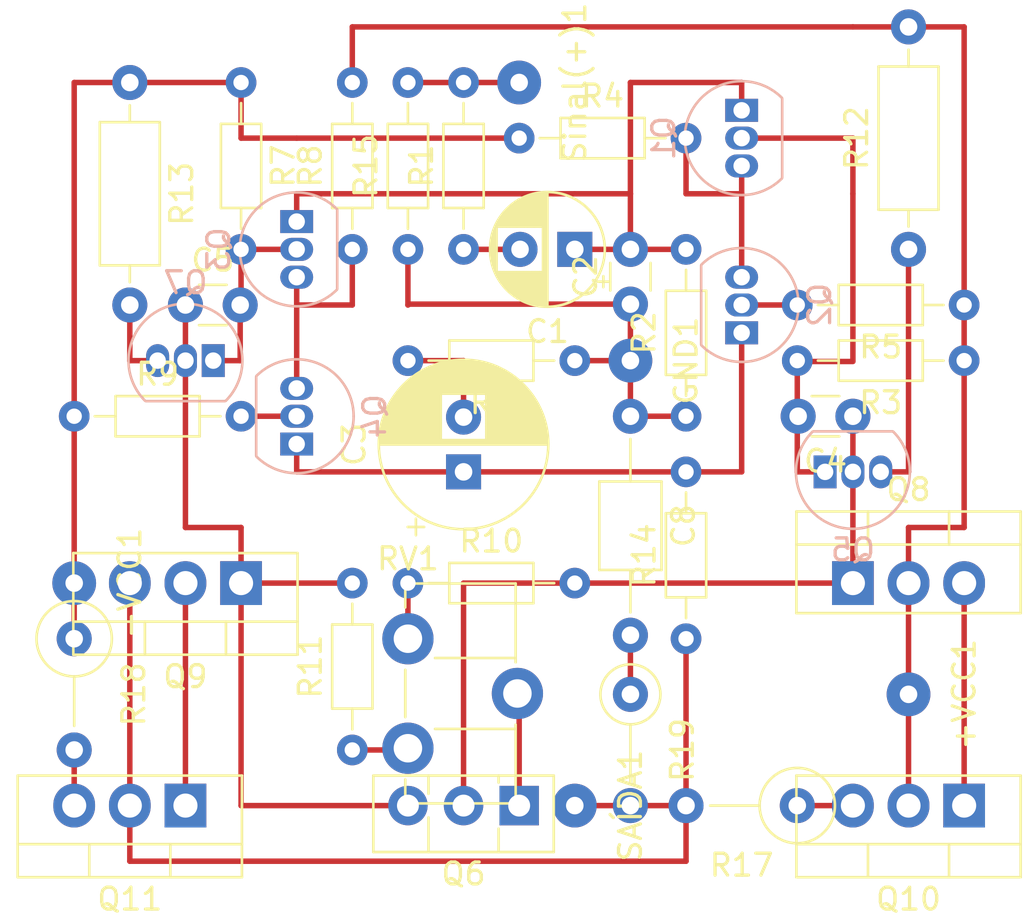
<source format=kicad_pcb>
(kicad_pcb (version 20171130) (host pcbnew "(5.0.0)")

  (general
    (thickness 1.6)
    (drawings 0)
    (tracks 91)
    (zones 0)
    (modules 41)
    (nets 28)
  )

  (page User 200 127.991)
  (layers
    (0 F.Cu signal)
    (31 B.Cu signal)
    (32 B.Adhes user)
    (33 F.Adhes user)
    (34 B.Paste user)
    (35 F.Paste user)
    (36 B.SilkS user)
    (37 F.SilkS user)
    (38 B.Mask user)
    (39 F.Mask user)
    (40 Dwgs.User user)
    (41 Cmts.User user)
    (42 Eco1.User user)
    (43 Eco2.User user)
    (44 Edge.Cuts user)
    (45 Margin user)
    (46 B.CrtYd user)
    (47 F.CrtYd user)
    (48 B.Fab user)
    (49 F.Fab user)
  )

  (setup
    (last_trace_width 0.25)
    (trace_clearance 0.2)
    (zone_clearance 0.508)
    (zone_45_only no)
    (trace_min 0.2)
    (segment_width 0.2)
    (edge_width 0.15)
    (via_size 0.8)
    (via_drill 0.4)
    (via_min_size 0.4)
    (via_min_drill 0.3)
    (uvia_size 0.3)
    (uvia_drill 0.1)
    (uvias_allowed no)
    (uvia_min_size 0.2)
    (uvia_min_drill 0.1)
    (pcb_text_width 0.3)
    (pcb_text_size 1.5 1.5)
    (mod_edge_width 0.15)
    (mod_text_size 1 1)
    (mod_text_width 0.15)
    (pad_size 1.524 1.524)
    (pad_drill 0.762)
    (pad_to_mask_clearance 0.2)
    (aux_axis_origin 0 0)
    (visible_elements 7FFBFFFF)
    (pcbplotparams
      (layerselection 0x010fc_ffffffff)
      (usegerberextensions false)
      (usegerberattributes false)
      (usegerberadvancedattributes false)
      (creategerberjobfile false)
      (excludeedgelayer true)
      (linewidth 0.100000)
      (plotframeref false)
      (viasonmask false)
      (mode 1)
      (useauxorigin false)
      (hpglpennumber 1)
      (hpglpenspeed 20)
      (hpglpendiameter 15.000000)
      (psnegative false)
      (psa4output false)
      (plotreference true)
      (plotvalue true)
      (plotinvisibletext false)
      (padsonsilk false)
      (subtractmaskfromsilk false)
      (outputformat 1)
      (mirror false)
      (drillshape 1)
      (scaleselection 1)
      (outputdirectory "C:/Users/Ryzen/Desktop/asdas"))
  )

  (net 0 "")
  (net 1 "Net-(+VCC1-Pad1)")
  (net 2 "Net-(-VCC1-Pad1)")
  (net 3 "Net-(C1-Pad1)")
  (net 4 "Net-(C1-Pad2)")
  (net 5 "Net-(C3-Pad1)")
  (net 6 "Net-(C3-Pad2)")
  (net 7 "Net-(C4-Pad1)")
  (net 8 "Net-(C4-Pad2)")
  (net 9 "Net-(C5-Pad1)")
  (net 10 "Net-(C5-Pad2)")
  (net 11 Earth)
  (net 12 "Net-(Q1-Pad3)")
  (net 13 "Net-(Q2-Pad2)")
  (net 14 "Net-(Q3-Pad3)")
  (net 15 "Net-(Q5-Pad3)")
  (net 16 "Net-(Q7-Pad3)")
  (net 17 "Net-(Q10-Pad3)")
  (net 18 "Net-(Q4-Pad2)")
  (net 19 "Net-(Q10-Pad1)")
  (net 20 "Net-(Q11-Pad1)")
  (net 21 "Net-(Q11-Pad3)")
  (net 22 "Net-(C8-Pad2)")
  (net 23 "Net-(R11-Pad1)")
  (net 24 "Net-(R10-Pad1)")
  (net 25 "Net-(Q6-Pad1)")
  (net 26 "Net-(R1-Pad2)")
  (net 27 "Net-(Q11-Pad2)")

  (net_class Default "Esta Ã© a classe de net padrÃ£o."
    (clearance 0.2)
    (trace_width 0.25)
    (via_dia 0.8)
    (via_drill 0.4)
    (uvia_dia 0.3)
    (uvia_drill 0.1)
    (add_net Earth)
    (add_net "Net-(+VCC1-Pad1)")
    (add_net "Net-(-VCC1-Pad1)")
    (add_net "Net-(C1-Pad1)")
    (add_net "Net-(C1-Pad2)")
    (add_net "Net-(C3-Pad1)")
    (add_net "Net-(C3-Pad2)")
    (add_net "Net-(C4-Pad1)")
    (add_net "Net-(C4-Pad2)")
    (add_net "Net-(C5-Pad1)")
    (add_net "Net-(C5-Pad2)")
    (add_net "Net-(C8-Pad2)")
    (add_net "Net-(Q1-Pad3)")
    (add_net "Net-(Q10-Pad1)")
    (add_net "Net-(Q10-Pad3)")
    (add_net "Net-(Q11-Pad1)")
    (add_net "Net-(Q11-Pad2)")
    (add_net "Net-(Q11-Pad3)")
    (add_net "Net-(Q2-Pad2)")
    (add_net "Net-(Q3-Pad3)")
    (add_net "Net-(Q4-Pad2)")
    (add_net "Net-(Q5-Pad3)")
    (add_net "Net-(Q6-Pad1)")
    (add_net "Net-(Q7-Pad3)")
    (add_net "Net-(R1-Pad2)")
    (add_net "Net-(R10-Pad1)")
    (add_net "Net-(R11-Pad1)")
  )

  (module Resistor_THT:R_Axial_DIN0207_L6.3mm_D2.5mm_P10.16mm_Horizontal (layer F.Cu) (tedit 5AE5139B) (tstamp 63FD717F)
    (at 68.58 27.94 270)
    (descr "Resistor, Axial_DIN0207 series, Axial, Horizontal, pin pitch=10.16mm, 0.25W = 1/4W, length*diameter=6.3*2.5mm^2, http://cdn-reichelt.de/documents/datenblatt/B400/1_4W%23YAG.pdf")
    (tags "Resistor Axial_DIN0207 series Axial Horizontal pin pitch 10.16mm 0.25W = 1/4W length 6.3mm diameter 2.5mm")
    (path /609C82F2)
    (fp_text reference R13 (at 5.08 -2.37 270) (layer F.SilkS)
      (effects (font (size 1 1) (thickness 0.15)))
    )
    (fp_text value 2k (at 5.08 0 270) (layer F.Fab)
      (effects (font (size 1 1) (thickness 0.15)))
    )
    (fp_line (start 1.93 -1.25) (end 1.93 1.25) (layer F.Fab) (width 0.1))
    (fp_line (start 1.93 1.25) (end 8.23 1.25) (layer F.Fab) (width 0.1))
    (fp_line (start 8.23 1.25) (end 8.23 -1.25) (layer F.Fab) (width 0.1))
    (fp_line (start 8.23 -1.25) (end 1.93 -1.25) (layer F.Fab) (width 0.1))
    (fp_line (start 0 0) (end 1.93 0) (layer F.Fab) (width 0.1))
    (fp_line (start 10.16 0) (end 8.23 0) (layer F.Fab) (width 0.1))
    (fp_line (start 1.81 -1.37) (end 1.81 1.37) (layer F.SilkS) (width 0.12))
    (fp_line (start 1.81 1.37) (end 8.35 1.37) (layer F.SilkS) (width 0.12))
    (fp_line (start 8.35 1.37) (end 8.35 -1.37) (layer F.SilkS) (width 0.12))
    (fp_line (start 8.35 -1.37) (end 1.81 -1.37) (layer F.SilkS) (width 0.12))
    (fp_line (start 1.04 0) (end 1.81 0) (layer F.SilkS) (width 0.12))
    (fp_line (start 9.12 0) (end 8.35 0) (layer F.SilkS) (width 0.12))
    (fp_line (start -1.05 -1.5) (end -1.05 1.5) (layer F.CrtYd) (width 0.05))
    (fp_line (start -1.05 1.5) (end 11.21 1.5) (layer F.CrtYd) (width 0.05))
    (fp_line (start 11.21 1.5) (end 11.21 -1.5) (layer F.CrtYd) (width 0.05))
    (fp_line (start 11.21 -1.5) (end -1.05 -1.5) (layer F.CrtYd) (width 0.05))
    (fp_text user %R (at 5.08 0 270) (layer F.Fab)
      (effects (font (size 1 1) (thickness 0.15)))
    )
    (pad 1 thru_hole circle (at 0 0 270) (size 1.6 1.6) (drill 0.8) (layers *.Cu *.Mask)
      (net 2 "Net-(-VCC1-Pad1)"))
    (pad 2 thru_hole oval (at 10.16 0 270) (size 1.6 1.6) (drill 0.8) (layers *.Cu *.Mask)
      (net 16 "Net-(Q7-Pad3)"))
    (model ${KISYS3DMOD}/Resistor_THT.3dshapes/R_Axial_DIN0207_L6.3mm_D2.5mm_P10.16mm_Horizontal.wrl
      (at (xyz 0 0 0))
      (scale (xyz 1 1 1))
      (rotate (xyz 0 0 0))
    )
    (model "D:/Robinson's/BACKUPS/KiCadPortable/modelos 3d/Resistor_THT.3dshapes/R_Axial_DIN0207_L6.3mm_D2.5mm_P10.16mm_Horizontal.step"
      (at (xyz 0 0 0))
      (scale (xyz 1 1 1))
      (rotate (xyz 0 0 0))
    )
  )

  (module Potentiometer_THT:Potentiometer_ACP_CA9-H5_Horizontal (layer F.Cu) (tedit 5A3D4994) (tstamp 60B342D0)
    (at 81.28 53.34)
    (descr "Potentiometer, horizontal, ACP CA9-H5, http://www.acptechnologies.com/wp-content/uploads/2017/05/02-ACP-CA9-CE9.pdf")
    (tags "Potentiometer horizontal ACP CA9-H5")
    (path /609433F3)
    (fp_text reference RV1 (at 0 -3.65) (layer F.SilkS)
      (effects (font (size 1 1) (thickness 0.15)))
    )
    (fp_text value Trimpot (at 1.27 2.54) (layer F.Fab)
      (effects (font (size 1 1) (thickness 0.15)))
    )
    (fp_line (start 4.8 -2.4) (end 4.8 7.4) (layer F.Fab) (width 0.1))
    (fp_line (start 4.8 7.4) (end 0 7.4) (layer F.Fab) (width 0.1))
    (fp_line (start 0 7.4) (end 0 -2.4) (layer F.Fab) (width 0.1))
    (fp_line (start 0 -2.4) (end 4.8 -2.4) (layer F.Fab) (width 0.1))
    (fp_line (start 0 1) (end 0 4) (layer F.Fab) (width 0.1))
    (fp_line (start 0 4) (end 4.8 4) (layer F.Fab) (width 0.1))
    (fp_line (start 4.8 4) (end 4.8 1) (layer F.Fab) (width 0.1))
    (fp_line (start 4.8 1) (end 0 1) (layer F.Fab) (width 0.1))
    (fp_line (start -0.121 -2.521) (end 4.92 -2.521) (layer F.SilkS) (width 0.12))
    (fp_line (start -0.121 7.52) (end 4.92 7.52) (layer F.SilkS) (width 0.12))
    (fp_line (start 4.92 -2.521) (end 4.92 1.075) (layer F.SilkS) (width 0.12))
    (fp_line (start 4.92 3.925) (end 4.92 7.52) (layer F.SilkS) (width 0.12))
    (fp_line (start -0.121 6.425) (end -0.121 7.52) (layer F.SilkS) (width 0.12))
    (fp_line (start -0.121 -2.521) (end -0.121 -1.426) (layer F.SilkS) (width 0.12))
    (fp_line (start -0.121 1.426) (end -0.121 3.575) (layer F.SilkS) (width 0.12))
    (fp_line (start 1.237 0.88) (end 4.92 0.88) (layer F.SilkS) (width 0.12))
    (fp_line (start 1.237 4.12) (end 4.92 4.12) (layer F.SilkS) (width 0.12))
    (fp_line (start -0.121 1.426) (end -0.121 3.575) (layer F.SilkS) (width 0.12))
    (fp_line (start 4.92 0.88) (end 4.92 1.075) (layer F.SilkS) (width 0.12))
    (fp_line (start 4.92 3.925) (end 4.92 4.12) (layer F.SilkS) (width 0.12))
    (fp_line (start -1.45 -2.7) (end -1.45 7.65) (layer F.CrtYd) (width 0.05))
    (fp_line (start -1.45 7.65) (end 6.45 7.65) (layer F.CrtYd) (width 0.05))
    (fp_line (start 6.45 7.65) (end 6.45 -2.7) (layer F.CrtYd) (width 0.05))
    (fp_line (start 6.45 -2.7) (end -1.45 -2.7) (layer F.CrtYd) (width 0.05))
    (fp_text user %R (at 2.4 2.5) (layer F.Fab)
      (effects (font (size 1 1) (thickness 0.15)))
    )
    (pad 3 thru_hole circle (at 0 5) (size 2.34 2.34) (drill 1.3) (layers *.Cu *.Mask)
      (net 23 "Net-(R11-Pad1)"))
    (pad 2 thru_hole circle (at 5 2.5) (size 2.34 2.34) (drill 1.3) (layers *.Cu *.Mask)
      (net 25 "Net-(Q6-Pad1)"))
    (pad 1 thru_hole circle (at 0 0) (size 2.34 2.34) (drill 1.3) (layers *.Cu *.Mask)
      (net 24 "Net-(R10-Pad1)"))
    (model ${KISYS3DMOD}/Potentiometer_THT.3dshapes/Potentiometer_ACP_CA9-H5_Horizontal.wrl
      (at (xyz 0 0 0))
      (scale (xyz 1 1 1))
      (rotate (xyz 0 0 0))
    )
  )

  (module Resistor_THT:R_Axial_DIN0309_L9.0mm_D3.2mm_P5.08mm_Vertical (layer F.Cu) (tedit 5AE5139B) (tstamp 60970C44)
    (at 99.06 60.96 180)
    (descr "Resistor, Axial_DIN0309 series, Axial, Vertical, pin pitch=5.08mm, 0.5W = 1/2W, length*diameter=9*3.2mm^2, http://cdn-reichelt.de/documents/datenblatt/B400/1_4W%23YAG.pdf")
    (tags "Resistor Axial_DIN0309 series Axial Vertical pin pitch 5.08mm 0.5W = 1/2W length 9mm diameter 3.2mm")
    (path /608A6129)
    (fp_text reference R17 (at 2.54 -2.72 180) (layer F.SilkS)
      (effects (font (size 1 1) (thickness 0.15)))
    )
    (fp_text value 0.33r (at 2.54 -1.27 180) (layer F.Fab)
      (effects (font (size 1 1) (thickness 0.15)))
    )
    (fp_text user %R (at 2.54 -2.72 180) (layer F.Fab)
      (effects (font (size 1 1) (thickness 0.15)))
    )
    (fp_line (start 6.13 -1.85) (end -1.85 -1.85) (layer F.CrtYd) (width 0.05))
    (fp_line (start 6.13 1.85) (end 6.13 -1.85) (layer F.CrtYd) (width 0.05))
    (fp_line (start -1.85 1.85) (end 6.13 1.85) (layer F.CrtYd) (width 0.05))
    (fp_line (start -1.85 -1.85) (end -1.85 1.85) (layer F.CrtYd) (width 0.05))
    (fp_line (start 1.72 0) (end 3.98 0) (layer F.SilkS) (width 0.12))
    (fp_line (start 0 0) (end 5.08 0) (layer F.Fab) (width 0.1))
    (fp_circle (center 0 0) (end 1.72 0) (layer F.SilkS) (width 0.12))
    (fp_circle (center 0 0) (end 1.6 0) (layer F.Fab) (width 0.1))
    (pad 2 thru_hole oval (at 5.08 0 180) (size 1.6 1.6) (drill 0.8) (layers *.Cu *.Mask)
      (net 27 "Net-(Q11-Pad2)"))
    (pad 1 thru_hole circle (at 0 0 180) (size 1.6 1.6) (drill 0.8) (layers *.Cu *.Mask)
      (net 17 "Net-(Q10-Pad3)"))
    (model ${KISYS3DMOD}/Resistor_THT.3dshapes/R_Axial_DIN0309_L9.0mm_D3.2mm_P5.08mm_Vertical.wrl
      (at (xyz 0 0 0))
      (scale (xyz 1 1 1))
      (rotate (xyz 0 0 0))
    )
    (model "D:/Robinson's/BACKUPS/KiCadPortable/modelos 3d/Resistor_THT.3dshapes/R_Axial_DIN0207_L6.3mm_D2.5mm_P5.08mm_Vertical.step"
      (at (xyz 0 0 0))
      (scale (xyz 1 1 1))
      (rotate (xyz 0 0 0))
    )
  )

  (module Resistor_THT:R_Axial_DIN0207_L6.3mm_D2.5mm_P10.16mm_Horizontal (layer F.Cu) (tedit 5AE5139B) (tstamp 63FD7195)
    (at 104.14 35.56 90)
    (descr "Resistor, Axial_DIN0207 series, Axial, Horizontal, pin pitch=10.16mm, 0.25W = 1/4W, length*diameter=6.3*2.5mm^2, http://cdn-reichelt.de/documents/datenblatt/B400/1_4W%23YAG.pdf")
    (tags "Resistor Axial_DIN0207 series Axial Horizontal pin pitch 10.16mm 0.25W = 1/4W length 6.3mm diameter 2.5mm")
    (path /609C2B73)
    (fp_text reference R12 (at 5.08 -2.37 90) (layer F.SilkS)
      (effects (font (size 1 1) (thickness 0.15)))
    )
    (fp_text value 2k (at 5.08 0 90) (layer F.Fab)
      (effects (font (size 1 1) (thickness 0.15)))
    )
    (fp_text user %R (at 5.08 0 90) (layer F.Fab)
      (effects (font (size 1 1) (thickness 0.15)))
    )
    (fp_line (start 11.21 -1.5) (end -1.05 -1.5) (layer F.CrtYd) (width 0.05))
    (fp_line (start 11.21 1.5) (end 11.21 -1.5) (layer F.CrtYd) (width 0.05))
    (fp_line (start -1.05 1.5) (end 11.21 1.5) (layer F.CrtYd) (width 0.05))
    (fp_line (start -1.05 -1.5) (end -1.05 1.5) (layer F.CrtYd) (width 0.05))
    (fp_line (start 9.12 0) (end 8.35 0) (layer F.SilkS) (width 0.12))
    (fp_line (start 1.04 0) (end 1.81 0) (layer F.SilkS) (width 0.12))
    (fp_line (start 8.35 -1.37) (end 1.81 -1.37) (layer F.SilkS) (width 0.12))
    (fp_line (start 8.35 1.37) (end 8.35 -1.37) (layer F.SilkS) (width 0.12))
    (fp_line (start 1.81 1.37) (end 8.35 1.37) (layer F.SilkS) (width 0.12))
    (fp_line (start 1.81 -1.37) (end 1.81 1.37) (layer F.SilkS) (width 0.12))
    (fp_line (start 10.16 0) (end 8.23 0) (layer F.Fab) (width 0.1))
    (fp_line (start 0 0) (end 1.93 0) (layer F.Fab) (width 0.1))
    (fp_line (start 8.23 -1.25) (end 1.93 -1.25) (layer F.Fab) (width 0.1))
    (fp_line (start 8.23 1.25) (end 8.23 -1.25) (layer F.Fab) (width 0.1))
    (fp_line (start 1.93 1.25) (end 8.23 1.25) (layer F.Fab) (width 0.1))
    (fp_line (start 1.93 -1.25) (end 1.93 1.25) (layer F.Fab) (width 0.1))
    (pad 2 thru_hole oval (at 10.16 0 90) (size 1.6 1.6) (drill 0.8) (layers *.Cu *.Mask)
      (net 1 "Net-(+VCC1-Pad1)"))
    (pad 1 thru_hole circle (at 0 0 90) (size 1.6 1.6) (drill 0.8) (layers *.Cu *.Mask)
      (net 15 "Net-(Q5-Pad3)"))
    (model ${KISYS3DMOD}/Resistor_THT.3dshapes/R_Axial_DIN0207_L6.3mm_D2.5mm_P10.16mm_Horizontal.wrl
      (at (xyz 0 0 0))
      (scale (xyz 1 1 1))
      (rotate (xyz 0 0 0))
    )
    (model "D:/Robinson's/BACKUPS/KiCadPortable/modelos 3d/Resistor_THT.3dshapes/R_Axial_DIN0207_L6.3mm_D2.5mm_P10.16mm_Horizontal.step"
      (at (xyz 0 0 0))
      (scale (xyz 1 1 1))
      (rotate (xyz 0 0 0))
    )
  )

  (module Capacitor_THT:C_Axial_L3.8mm_D2.6mm_P10.00mm_Horizontal (layer F.Cu) (tedit 5AE50EF0) (tstamp 609710A6)
    (at 91.44 43.18 270)
    (descr "C, Axial series, Axial, Horizontal, pin pitch=10mm, , length*diameter=3.8*2.6mm^2, http://www.vishay.com/docs/45231/arseries.pdf")
    (tags "C Axial series Axial Horizontal pin pitch 10mm  length 3.8mm diameter 2.6mm")
    (path /608FEBD9)
    (fp_text reference C8 (at 5 -2.42 270) (layer F.SilkS)
      (effects (font (size 1 1) (thickness 0.15)))
    )
    (fp_text value 0,1uf (at 5 0 270) (layer F.Fab)
      (effects (font (size 1 1) (thickness 0.15)))
    )
    (fp_text user %R (at 5 0 270) (layer F.Fab)
      (effects (font (size 0.76 0.76) (thickness 0.114)))
    )
    (fp_line (start 11.05 -1.55) (end -1.05 -1.55) (layer F.CrtYd) (width 0.05))
    (fp_line (start 11.05 1.55) (end 11.05 -1.55) (layer F.CrtYd) (width 0.05))
    (fp_line (start -1.05 1.55) (end 11.05 1.55) (layer F.CrtYd) (width 0.05))
    (fp_line (start -1.05 -1.55) (end -1.05 1.55) (layer F.CrtYd) (width 0.05))
    (fp_line (start 8.96 0) (end 7.02 0) (layer F.SilkS) (width 0.12))
    (fp_line (start 1.04 0) (end 2.98 0) (layer F.SilkS) (width 0.12))
    (fp_line (start 7.02 -1.42) (end 2.98 -1.42) (layer F.SilkS) (width 0.12))
    (fp_line (start 7.02 1.42) (end 7.02 -1.42) (layer F.SilkS) (width 0.12))
    (fp_line (start 2.98 1.42) (end 7.02 1.42) (layer F.SilkS) (width 0.12))
    (fp_line (start 2.98 -1.42) (end 2.98 1.42) (layer F.SilkS) (width 0.12))
    (fp_line (start 10 0) (end 6.9 0) (layer F.Fab) (width 0.1))
    (fp_line (start 0 0) (end 3.1 0) (layer F.Fab) (width 0.1))
    (fp_line (start 6.9 -1.3) (end 3.1 -1.3) (layer F.Fab) (width 0.1))
    (fp_line (start 6.9 1.3) (end 6.9 -1.3) (layer F.Fab) (width 0.1))
    (fp_line (start 3.1 1.3) (end 6.9 1.3) (layer F.Fab) (width 0.1))
    (fp_line (start 3.1 -1.3) (end 3.1 1.3) (layer F.Fab) (width 0.1))
    (pad 2 thru_hole oval (at 10 0 270) (size 1.6 1.6) (drill 0.8) (layers *.Cu *.Mask)
      (net 22 "Net-(C8-Pad2)"))
    (pad 1 thru_hole circle (at 0 0 270) (size 1.6 1.6) (drill 0.8) (layers *.Cu *.Mask)
      (net 11 Earth))
    (model ${KISYS3DMOD}/Capacitor_THT.3dshapes/C_Axial_L3.8mm_D2.6mm_P10.00mm_Horizontal.wrl
      (at (xyz 0 0 0))
      (scale (xyz 1 1 1))
      (rotate (xyz 0 0 0))
    )
    (model "D:/Robinson's/BACKUPS/KiCadPortable/modelos 3d/Capacitor_THT.3dshapes/C_Rect_L13.0mm_W3.0mm_P10.00mm_FKS3_FKP3_MKS4.step"
      (at (xyz 0 0 0))
      (scale (xyz 1 1 1))
      (rotate (xyz 0 0 0))
    )
  )

  (module Package_TO_SOT_THT:TO-220-3_Vertical (layer F.Cu) (tedit 5AC8BA0D) (tstamp 60970F8B)
    (at 71.12 60.96 180)
    (descr "TO-220-3, Vertical, RM 2.54mm, see https://www.vishay.com/docs/66542/to-220-1.pdf")
    (tags "TO-220-3 Vertical RM 2.54mm")
    (path /608A939B)
    (fp_text reference Q11 (at 2.54 -4.27 180) (layer F.SilkS)
      (effects (font (size 1 1) (thickness 0.15)))
    )
    (fp_text value 13007 (at 2.54 -2.54 180) (layer F.Fab)
      (effects (font (size 1 1) (thickness 0.15)))
    )
    (fp_text user %R (at 2.54 -4.27 180) (layer F.Fab)
      (effects (font (size 1 1) (thickness 0.15)))
    )
    (fp_line (start 7.79 -3.4) (end -2.71 -3.4) (layer F.CrtYd) (width 0.05))
    (fp_line (start 7.79 1.51) (end 7.79 -3.4) (layer F.CrtYd) (width 0.05))
    (fp_line (start -2.71 1.51) (end 7.79 1.51) (layer F.CrtYd) (width 0.05))
    (fp_line (start -2.71 -3.4) (end -2.71 1.51) (layer F.CrtYd) (width 0.05))
    (fp_line (start 4.391 -3.27) (end 4.391 -1.76) (layer F.SilkS) (width 0.12))
    (fp_line (start 0.69 -3.27) (end 0.69 -1.76) (layer F.SilkS) (width 0.12))
    (fp_line (start -2.58 -1.76) (end 7.66 -1.76) (layer F.SilkS) (width 0.12))
    (fp_line (start 7.66 -3.27) (end 7.66 1.371) (layer F.SilkS) (width 0.12))
    (fp_line (start -2.58 -3.27) (end -2.58 1.371) (layer F.SilkS) (width 0.12))
    (fp_line (start -2.58 1.371) (end 7.66 1.371) (layer F.SilkS) (width 0.12))
    (fp_line (start -2.58 -3.27) (end 7.66 -3.27) (layer F.SilkS) (width 0.12))
    (fp_line (start 4.39 -3.15) (end 4.39 -1.88) (layer F.Fab) (width 0.1))
    (fp_line (start 0.69 -3.15) (end 0.69 -1.88) (layer F.Fab) (width 0.1))
    (fp_line (start -2.46 -1.88) (end 7.54 -1.88) (layer F.Fab) (width 0.1))
    (fp_line (start 7.54 -3.15) (end -2.46 -3.15) (layer F.Fab) (width 0.1))
    (fp_line (start 7.54 1.25) (end 7.54 -3.15) (layer F.Fab) (width 0.1))
    (fp_line (start -2.46 1.25) (end 7.54 1.25) (layer F.Fab) (width 0.1))
    (fp_line (start -2.46 -3.15) (end -2.46 1.25) (layer F.Fab) (width 0.1))
    (pad 3 thru_hole oval (at 5.08 0 180) (size 1.905 2) (drill 1.1) (layers *.Cu *.Mask)
      (net 21 "Net-(Q11-Pad3)"))
    (pad 2 thru_hole oval (at 2.54 0 180) (size 1.905 2) (drill 1.1) (layers *.Cu *.Mask)
      (net 27 "Net-(Q11-Pad2)"))
    (pad 1 thru_hole rect (at 0 0 180) (size 1.905 2) (drill 1.1) (layers *.Cu *.Mask)
      (net 20 "Net-(Q11-Pad1)"))
    (model ${KISYS3DMOD}/Package_TO_SOT_THT.3dshapes/TO-220-3_Vertical.wrl
      (at (xyz 0 0 0))
      (scale (xyz 1 1 1))
      (rotate (xyz 0 0 0))
    )
    (model "D:/Robinson's/BACKUPS/KiCadPortable/modelos 3d/Package_TO_SOT_THT.3dshapes/TO-220-3_Vertical.step"
      (at (xyz 0 0 0))
      (scale (xyz 1 1 1))
      (rotate (xyz 0 0 0))
    )
  )

  (module Capacitor_THT:C_Disc_D3.0mm_W1.6mm_P2.50mm (layer F.Cu) (tedit 5AE50EF0) (tstamp 608F1B3A)
    (at 71.12 38.1)
    (descr "C, Disc series, Radial, pin pitch=2.50mm, , diameter*width=3.0*1.6mm^2, Capacitor, http://www.vishay.com/docs/45233/krseries.pdf")
    (tags "C Disc series Radial pin pitch 2.50mm  diameter 3.0mm width 1.6mm Capacitor")
    (path /608BCA18)
    (fp_text reference C5 (at 1.25 -2.05) (layer F.SilkS)
      (effects (font (size 1 1) (thickness 0.15)))
    )
    (fp_text value 100pf (at 1.27 -1.27) (layer F.Fab)
      (effects (font (size 1 1) (thickness 0.15)))
    )
    (fp_line (start -0.25 -0.8) (end -0.25 0.8) (layer F.Fab) (width 0.1))
    (fp_line (start -0.25 0.8) (end 2.75 0.8) (layer F.Fab) (width 0.1))
    (fp_line (start 2.75 0.8) (end 2.75 -0.8) (layer F.Fab) (width 0.1))
    (fp_line (start 2.75 -0.8) (end -0.25 -0.8) (layer F.Fab) (width 0.1))
    (fp_line (start 0.621 -0.92) (end 1.879 -0.92) (layer F.SilkS) (width 0.12))
    (fp_line (start 0.621 0.92) (end 1.879 0.92) (layer F.SilkS) (width 0.12))
    (fp_line (start -1.05 -1.05) (end -1.05 1.05) (layer F.CrtYd) (width 0.05))
    (fp_line (start -1.05 1.05) (end 3.55 1.05) (layer F.CrtYd) (width 0.05))
    (fp_line (start 3.55 1.05) (end 3.55 -1.05) (layer F.CrtYd) (width 0.05))
    (fp_line (start 3.55 -1.05) (end -1.05 -1.05) (layer F.CrtYd) (width 0.05))
    (fp_text user %R (at 1.25 0) (layer F.Fab)
      (effects (font (size 0.6 0.6) (thickness 0.09)))
    )
    (pad 1 thru_hole circle (at 0 0) (size 1.6 1.6) (drill 0.8) (layers *.Cu *.Mask)
      (net 9 "Net-(C5-Pad1)"))
    (pad 2 thru_hole circle (at 2.5 0) (size 1.6 1.6) (drill 0.8) (layers *.Cu *.Mask)
      (net 10 "Net-(C5-Pad2)"))
    (model ${KISYS3DMOD}/Capacitor_THT.3dshapes/C_Disc_D3.0mm_W1.6mm_P2.50mm.wrl
      (at (xyz 0 0 0))
      (scale (xyz 1 1 1))
      (rotate (xyz 0 0 0))
    )
    (model "D:/Robinson's/BACKUPS/KiCadPortable/modelos 3d/Capacitor_THT.3dshapes/C_Disc_D3.0mm_W1.6mm_P2.50mm.wrl"
      (at (xyz 0 0 0))
      (scale (xyz 1 1 1))
      (rotate (xyz 0 0 0))
    )
  )

  (module Resistor_THT:R_Axial_DIN0207_L6.3mm_D2.5mm_P5.08mm_Vertical (layer F.Cu) (tedit 5AE5139B) (tstamp 60B38B08)
    (at 91.44 55.88 270)
    (descr "Resistor, Axial_DIN0207 series, Axial, Vertical, pin pitch=5.08mm, 0.25W = 1/4W, length*diameter=6.3*2.5mm^2, http://cdn-reichelt.de/documents/datenblatt/B400/1_4W%23YAG.pdf")
    (tags "Resistor Axial_DIN0207 series Axial Vertical pin pitch 5.08mm 0.25W = 1/4W length 6.3mm diameter 2.5mm")
    (path /608D8252)
    (fp_text reference R19 (at 2.54 -2.37 270) (layer F.SilkS)
      (effects (font (size 1 1) (thickness 0.15)))
    )
    (fp_text value 10r (at 2.54 0 270) (layer F.Fab)
      (effects (font (size 1 1) (thickness 0.15)))
    )
    (fp_circle (center 0 0) (end 1.25 0) (layer F.Fab) (width 0.1))
    (fp_circle (center 0 0) (end 1.37 0) (layer F.SilkS) (width 0.12))
    (fp_line (start 0 0) (end 5.08 0) (layer F.Fab) (width 0.1))
    (fp_line (start 1.37 0) (end 3.98 0) (layer F.SilkS) (width 0.12))
    (fp_line (start -1.5 -1.5) (end -1.5 1.5) (layer F.CrtYd) (width 0.05))
    (fp_line (start -1.5 1.5) (end 6.13 1.5) (layer F.CrtYd) (width 0.05))
    (fp_line (start 6.13 1.5) (end 6.13 -1.5) (layer F.CrtYd) (width 0.05))
    (fp_line (start 6.13 -1.5) (end -1.5 -1.5) (layer F.CrtYd) (width 0.05))
    (fp_text user %R (at 2.54 -2.37 270) (layer F.Fab)
      (effects (font (size 1 1) (thickness 0.15)))
    )
    (pad 1 thru_hole circle (at 0 0 270) (size 1.6 1.6) (drill 0.8) (layers *.Cu *.Mask)
      (net 22 "Net-(C8-Pad2)"))
    (pad 2 thru_hole oval (at 5.08 0 270) (size 1.6 1.6) (drill 0.8) (layers *.Cu *.Mask)
      (net 27 "Net-(Q11-Pad2)"))
    (model ${KISYS3DMOD}/Resistor_THT.3dshapes/R_Axial_DIN0207_L6.3mm_D2.5mm_P5.08mm_Vertical.wrl
      (at (xyz 0 0 0))
      (scale (xyz 1 1 1))
      (rotate (xyz 0 0 0))
    )
    (model "D:/Robinson's/BACKUPS/KiCadPortable/modelos 3d/Resistor_THT.3dshapes/R_Axial_DIN0207_L6.3mm_D2.5mm_P5.08mm_Vertical.step"
      (at (xyz 0 0 0))
      (scale (xyz 1 1 1))
      (rotate (xyz 0 0 0))
    )
  )

  (module Capacitor_THT:CP_Radial_D7.5mm_P2.50mm (layer F.Cu) (tedit 5AE50EF0) (tstamp 60B2D759)
    (at 83.82 45.72 90)
    (descr "CP, Radial series, Radial, pin pitch=2.50mm, , diameter=7.5mm, Electrolytic Capacitor")
    (tags "CP Radial series Radial pin pitch 2.50mm  diameter 7.5mm Electrolytic Capacitor")
    (path /608D0EB2)
    (fp_text reference C3 (at 1.25 -5 90) (layer F.SilkS)
      (effects (font (size 1 1) (thickness 0.15)))
    )
    (fp_text value 47uf (at -1.31 0 -180) (layer F.Fab)
      (effects (font (size 1 1) (thickness 0.15)))
    )
    (fp_circle (center 1.25 0) (end 5 0) (layer F.Fab) (width 0.1))
    (fp_circle (center 1.25 0) (end 5.12 0) (layer F.SilkS) (width 0.12))
    (fp_circle (center 1.25 0) (end 5.25 0) (layer F.CrtYd) (width 0.05))
    (fp_line (start -1.961233 -1.6375) (end -1.211233 -1.6375) (layer F.Fab) (width 0.1))
    (fp_line (start -1.586233 -2.0125) (end -1.586233 -1.2625) (layer F.Fab) (width 0.1))
    (fp_line (start 1.25 -3.83) (end 1.25 3.83) (layer F.SilkS) (width 0.12))
    (fp_line (start 1.29 -3.83) (end 1.29 3.83) (layer F.SilkS) (width 0.12))
    (fp_line (start 1.33 -3.83) (end 1.33 3.83) (layer F.SilkS) (width 0.12))
    (fp_line (start 1.37 -3.829) (end 1.37 3.829) (layer F.SilkS) (width 0.12))
    (fp_line (start 1.41 -3.827) (end 1.41 3.827) (layer F.SilkS) (width 0.12))
    (fp_line (start 1.45 -3.825) (end 1.45 3.825) (layer F.SilkS) (width 0.12))
    (fp_line (start 1.49 -3.823) (end 1.49 -1.04) (layer F.SilkS) (width 0.12))
    (fp_line (start 1.49 1.04) (end 1.49 3.823) (layer F.SilkS) (width 0.12))
    (fp_line (start 1.53 -3.82) (end 1.53 -1.04) (layer F.SilkS) (width 0.12))
    (fp_line (start 1.53 1.04) (end 1.53 3.82) (layer F.SilkS) (width 0.12))
    (fp_line (start 1.57 -3.817) (end 1.57 -1.04) (layer F.SilkS) (width 0.12))
    (fp_line (start 1.57 1.04) (end 1.57 3.817) (layer F.SilkS) (width 0.12))
    (fp_line (start 1.61 -3.814) (end 1.61 -1.04) (layer F.SilkS) (width 0.12))
    (fp_line (start 1.61 1.04) (end 1.61 3.814) (layer F.SilkS) (width 0.12))
    (fp_line (start 1.65 -3.81) (end 1.65 -1.04) (layer F.SilkS) (width 0.12))
    (fp_line (start 1.65 1.04) (end 1.65 3.81) (layer F.SilkS) (width 0.12))
    (fp_line (start 1.69 -3.805) (end 1.69 -1.04) (layer F.SilkS) (width 0.12))
    (fp_line (start 1.69 1.04) (end 1.69 3.805) (layer F.SilkS) (width 0.12))
    (fp_line (start 1.73 -3.801) (end 1.73 -1.04) (layer F.SilkS) (width 0.12))
    (fp_line (start 1.73 1.04) (end 1.73 3.801) (layer F.SilkS) (width 0.12))
    (fp_line (start 1.77 -3.795) (end 1.77 -1.04) (layer F.SilkS) (width 0.12))
    (fp_line (start 1.77 1.04) (end 1.77 3.795) (layer F.SilkS) (width 0.12))
    (fp_line (start 1.81 -3.79) (end 1.81 -1.04) (layer F.SilkS) (width 0.12))
    (fp_line (start 1.81 1.04) (end 1.81 3.79) (layer F.SilkS) (width 0.12))
    (fp_line (start 1.85 -3.784) (end 1.85 -1.04) (layer F.SilkS) (width 0.12))
    (fp_line (start 1.85 1.04) (end 1.85 3.784) (layer F.SilkS) (width 0.12))
    (fp_line (start 1.89 -3.777) (end 1.89 -1.04) (layer F.SilkS) (width 0.12))
    (fp_line (start 1.89 1.04) (end 1.89 3.777) (layer F.SilkS) (width 0.12))
    (fp_line (start 1.93 -3.77) (end 1.93 -1.04) (layer F.SilkS) (width 0.12))
    (fp_line (start 1.93 1.04) (end 1.93 3.77) (layer F.SilkS) (width 0.12))
    (fp_line (start 1.971 -3.763) (end 1.971 -1.04) (layer F.SilkS) (width 0.12))
    (fp_line (start 1.971 1.04) (end 1.971 3.763) (layer F.SilkS) (width 0.12))
    (fp_line (start 2.011 -3.755) (end 2.011 -1.04) (layer F.SilkS) (width 0.12))
    (fp_line (start 2.011 1.04) (end 2.011 3.755) (layer F.SilkS) (width 0.12))
    (fp_line (start 2.051 -3.747) (end 2.051 -1.04) (layer F.SilkS) (width 0.12))
    (fp_line (start 2.051 1.04) (end 2.051 3.747) (layer F.SilkS) (width 0.12))
    (fp_line (start 2.091 -3.738) (end 2.091 -1.04) (layer F.SilkS) (width 0.12))
    (fp_line (start 2.091 1.04) (end 2.091 3.738) (layer F.SilkS) (width 0.12))
    (fp_line (start 2.131 -3.729) (end 2.131 -1.04) (layer F.SilkS) (width 0.12))
    (fp_line (start 2.131 1.04) (end 2.131 3.729) (layer F.SilkS) (width 0.12))
    (fp_line (start 2.171 -3.72) (end 2.171 -1.04) (layer F.SilkS) (width 0.12))
    (fp_line (start 2.171 1.04) (end 2.171 3.72) (layer F.SilkS) (width 0.12))
    (fp_line (start 2.211 -3.71) (end 2.211 -1.04) (layer F.SilkS) (width 0.12))
    (fp_line (start 2.211 1.04) (end 2.211 3.71) (layer F.SilkS) (width 0.12))
    (fp_line (start 2.251 -3.699) (end 2.251 -1.04) (layer F.SilkS) (width 0.12))
    (fp_line (start 2.251 1.04) (end 2.251 3.699) (layer F.SilkS) (width 0.12))
    (fp_line (start 2.291 -3.688) (end 2.291 -1.04) (layer F.SilkS) (width 0.12))
    (fp_line (start 2.291 1.04) (end 2.291 3.688) (layer F.SilkS) (width 0.12))
    (fp_line (start 2.331 -3.677) (end 2.331 -1.04) (layer F.SilkS) (width 0.12))
    (fp_line (start 2.331 1.04) (end 2.331 3.677) (layer F.SilkS) (width 0.12))
    (fp_line (start 2.371 -3.665) (end 2.371 -1.04) (layer F.SilkS) (width 0.12))
    (fp_line (start 2.371 1.04) (end 2.371 3.665) (layer F.SilkS) (width 0.12))
    (fp_line (start 2.411 -3.653) (end 2.411 -1.04) (layer F.SilkS) (width 0.12))
    (fp_line (start 2.411 1.04) (end 2.411 3.653) (layer F.SilkS) (width 0.12))
    (fp_line (start 2.451 -3.64) (end 2.451 -1.04) (layer F.SilkS) (width 0.12))
    (fp_line (start 2.451 1.04) (end 2.451 3.64) (layer F.SilkS) (width 0.12))
    (fp_line (start 2.491 -3.626) (end 2.491 -1.04) (layer F.SilkS) (width 0.12))
    (fp_line (start 2.491 1.04) (end 2.491 3.626) (layer F.SilkS) (width 0.12))
    (fp_line (start 2.531 -3.613) (end 2.531 -1.04) (layer F.SilkS) (width 0.12))
    (fp_line (start 2.531 1.04) (end 2.531 3.613) (layer F.SilkS) (width 0.12))
    (fp_line (start 2.571 -3.598) (end 2.571 -1.04) (layer F.SilkS) (width 0.12))
    (fp_line (start 2.571 1.04) (end 2.571 3.598) (layer F.SilkS) (width 0.12))
    (fp_line (start 2.611 -3.584) (end 2.611 -1.04) (layer F.SilkS) (width 0.12))
    (fp_line (start 2.611 1.04) (end 2.611 3.584) (layer F.SilkS) (width 0.12))
    (fp_line (start 2.651 -3.568) (end 2.651 -1.04) (layer F.SilkS) (width 0.12))
    (fp_line (start 2.651 1.04) (end 2.651 3.568) (layer F.SilkS) (width 0.12))
    (fp_line (start 2.691 -3.553) (end 2.691 -1.04) (layer F.SilkS) (width 0.12))
    (fp_line (start 2.691 1.04) (end 2.691 3.553) (layer F.SilkS) (width 0.12))
    (fp_line (start 2.731 -3.536) (end 2.731 -1.04) (layer F.SilkS) (width 0.12))
    (fp_line (start 2.731 1.04) (end 2.731 3.536) (layer F.SilkS) (width 0.12))
    (fp_line (start 2.771 -3.52) (end 2.771 -1.04) (layer F.SilkS) (width 0.12))
    (fp_line (start 2.771 1.04) (end 2.771 3.52) (layer F.SilkS) (width 0.12))
    (fp_line (start 2.811 -3.502) (end 2.811 -1.04) (layer F.SilkS) (width 0.12))
    (fp_line (start 2.811 1.04) (end 2.811 3.502) (layer F.SilkS) (width 0.12))
    (fp_line (start 2.851 -3.484) (end 2.851 -1.04) (layer F.SilkS) (width 0.12))
    (fp_line (start 2.851 1.04) (end 2.851 3.484) (layer F.SilkS) (width 0.12))
    (fp_line (start 2.891 -3.466) (end 2.891 -1.04) (layer F.SilkS) (width 0.12))
    (fp_line (start 2.891 1.04) (end 2.891 3.466) (layer F.SilkS) (width 0.12))
    (fp_line (start 2.931 -3.447) (end 2.931 -1.04) (layer F.SilkS) (width 0.12))
    (fp_line (start 2.931 1.04) (end 2.931 3.447) (layer F.SilkS) (width 0.12))
    (fp_line (start 2.971 -3.427) (end 2.971 -1.04) (layer F.SilkS) (width 0.12))
    (fp_line (start 2.971 1.04) (end 2.971 3.427) (layer F.SilkS) (width 0.12))
    (fp_line (start 3.011 -3.407) (end 3.011 -1.04) (layer F.SilkS) (width 0.12))
    (fp_line (start 3.011 1.04) (end 3.011 3.407) (layer F.SilkS) (width 0.12))
    (fp_line (start 3.051 -3.386) (end 3.051 -1.04) (layer F.SilkS) (width 0.12))
    (fp_line (start 3.051 1.04) (end 3.051 3.386) (layer F.SilkS) (width 0.12))
    (fp_line (start 3.091 -3.365) (end 3.091 -1.04) (layer F.SilkS) (width 0.12))
    (fp_line (start 3.091 1.04) (end 3.091 3.365) (layer F.SilkS) (width 0.12))
    (fp_line (start 3.131 -3.343) (end 3.131 -1.04) (layer F.SilkS) (width 0.12))
    (fp_line (start 3.131 1.04) (end 3.131 3.343) (layer F.SilkS) (width 0.12))
    (fp_line (start 3.171 -3.321) (end 3.171 -1.04) (layer F.SilkS) (width 0.12))
    (fp_line (start 3.171 1.04) (end 3.171 3.321) (layer F.SilkS) (width 0.12))
    (fp_line (start 3.211 -3.297) (end 3.211 -1.04) (layer F.SilkS) (width 0.12))
    (fp_line (start 3.211 1.04) (end 3.211 3.297) (layer F.SilkS) (width 0.12))
    (fp_line (start 3.251 -3.274) (end 3.251 -1.04) (layer F.SilkS) (width 0.12))
    (fp_line (start 3.251 1.04) (end 3.251 3.274) (layer F.SilkS) (width 0.12))
    (fp_line (start 3.291 -3.249) (end 3.291 -1.04) (layer F.SilkS) (width 0.12))
    (fp_line (start 3.291 1.04) (end 3.291 3.249) (layer F.SilkS) (width 0.12))
    (fp_line (start 3.331 -3.224) (end 3.331 -1.04) (layer F.SilkS) (width 0.12))
    (fp_line (start 3.331 1.04) (end 3.331 3.224) (layer F.SilkS) (width 0.12))
    (fp_line (start 3.371 -3.198) (end 3.371 -1.04) (layer F.SilkS) (width 0.12))
    (fp_line (start 3.371 1.04) (end 3.371 3.198) (layer F.SilkS) (width 0.12))
    (fp_line (start 3.411 -3.172) (end 3.411 -1.04) (layer F.SilkS) (width 0.12))
    (fp_line (start 3.411 1.04) (end 3.411 3.172) (layer F.SilkS) (width 0.12))
    (fp_line (start 3.451 -3.144) (end 3.451 -1.04) (layer F.SilkS) (width 0.12))
    (fp_line (start 3.451 1.04) (end 3.451 3.144) (layer F.SilkS) (width 0.12))
    (fp_line (start 3.491 -3.116) (end 3.491 -1.04) (layer F.SilkS) (width 0.12))
    (fp_line (start 3.491 1.04) (end 3.491 3.116) (layer F.SilkS) (width 0.12))
    (fp_line (start 3.531 -3.088) (end 3.531 -1.04) (layer F.SilkS) (width 0.12))
    (fp_line (start 3.531 1.04) (end 3.531 3.088) (layer F.SilkS) (width 0.12))
    (fp_line (start 3.571 -3.058) (end 3.571 3.058) (layer F.SilkS) (width 0.12))
    (fp_line (start 3.611 -3.028) (end 3.611 3.028) (layer F.SilkS) (width 0.12))
    (fp_line (start 3.651 -2.996) (end 3.651 2.996) (layer F.SilkS) (width 0.12))
    (fp_line (start 3.691 -2.964) (end 3.691 2.964) (layer F.SilkS) (width 0.12))
    (fp_line (start 3.731 -2.931) (end 3.731 2.931) (layer F.SilkS) (width 0.12))
    (fp_line (start 3.771 -2.898) (end 3.771 2.898) (layer F.SilkS) (width 0.12))
    (fp_line (start 3.811 -2.863) (end 3.811 2.863) (layer F.SilkS) (width 0.12))
    (fp_line (start 3.851 -2.827) (end 3.851 2.827) (layer F.SilkS) (width 0.12))
    (fp_line (start 3.891 -2.79) (end 3.891 2.79) (layer F.SilkS) (width 0.12))
    (fp_line (start 3.931 -2.752) (end 3.931 2.752) (layer F.SilkS) (width 0.12))
    (fp_line (start 3.971 -2.713) (end 3.971 2.713) (layer F.SilkS) (width 0.12))
    (fp_line (start 4.011 -2.673) (end 4.011 2.673) (layer F.SilkS) (width 0.12))
    (fp_line (start 4.051 -2.632) (end 4.051 2.632) (layer F.SilkS) (width 0.12))
    (fp_line (start 4.091 -2.589) (end 4.091 2.589) (layer F.SilkS) (width 0.12))
    (fp_line (start 4.131 -2.546) (end 4.131 2.546) (layer F.SilkS) (width 0.12))
    (fp_line (start 4.171 -2.5) (end 4.171 2.5) (layer F.SilkS) (width 0.12))
    (fp_line (start 4.211 -2.454) (end 4.211 2.454) (layer F.SilkS) (width 0.12))
    (fp_line (start 4.251 -2.405) (end 4.251 2.405) (layer F.SilkS) (width 0.12))
    (fp_line (start 4.291 -2.355) (end 4.291 2.355) (layer F.SilkS) (width 0.12))
    (fp_line (start 4.331 -2.304) (end 4.331 2.304) (layer F.SilkS) (width 0.12))
    (fp_line (start 4.371 -2.25) (end 4.371 2.25) (layer F.SilkS) (width 0.12))
    (fp_line (start 4.411 -2.195) (end 4.411 2.195) (layer F.SilkS) (width 0.12))
    (fp_line (start 4.451 -2.137) (end 4.451 2.137) (layer F.SilkS) (width 0.12))
    (fp_line (start 4.491 -2.077) (end 4.491 2.077) (layer F.SilkS) (width 0.12))
    (fp_line (start 4.531 -2.014) (end 4.531 2.014) (layer F.SilkS) (width 0.12))
    (fp_line (start 4.571 -1.949) (end 4.571 1.949) (layer F.SilkS) (width 0.12))
    (fp_line (start 4.611 -1.881) (end 4.611 1.881) (layer F.SilkS) (width 0.12))
    (fp_line (start 4.651 -1.809) (end 4.651 1.809) (layer F.SilkS) (width 0.12))
    (fp_line (start 4.691 -1.733) (end 4.691 1.733) (layer F.SilkS) (width 0.12))
    (fp_line (start 4.731 -1.654) (end 4.731 1.654) (layer F.SilkS) (width 0.12))
    (fp_line (start 4.771 -1.569) (end 4.771 1.569) (layer F.SilkS) (width 0.12))
    (fp_line (start 4.811 -1.478) (end 4.811 1.478) (layer F.SilkS) (width 0.12))
    (fp_line (start 4.851 -1.381) (end 4.851 1.381) (layer F.SilkS) (width 0.12))
    (fp_line (start 4.891 -1.275) (end 4.891 1.275) (layer F.SilkS) (width 0.12))
    (fp_line (start 4.931 -1.158) (end 4.931 1.158) (layer F.SilkS) (width 0.12))
    (fp_line (start 4.971 -1.028) (end 4.971 1.028) (layer F.SilkS) (width 0.12))
    (fp_line (start 5.011 -0.877) (end 5.011 0.877) (layer F.SilkS) (width 0.12))
    (fp_line (start 5.051 -0.693) (end 5.051 0.693) (layer F.SilkS) (width 0.12))
    (fp_line (start 5.091 -0.441) (end 5.091 0.441) (layer F.SilkS) (width 0.12))
    (fp_line (start -2.892211 -2.175) (end -2.142211 -2.175) (layer F.SilkS) (width 0.12))
    (fp_line (start -2.517211 -2.55) (end -2.517211 -1.8) (layer F.SilkS) (width 0.12))
    (fp_text user %R (at 1.25 0 90) (layer F.Fab)
      (effects (font (size 1 1) (thickness 0.15)))
    )
    (pad 1 thru_hole rect (at 0 0 90) (size 1.6 1.6) (drill 0.8) (layers *.Cu *.Mask)
      (net 5 "Net-(C3-Pad1)"))
    (pad 2 thru_hole circle (at 2.5 0 90) (size 1.6 1.6) (drill 0.8) (layers *.Cu *.Mask)
      (net 6 "Net-(C3-Pad2)"))
    (model ${KISYS3DMOD}/Capacitor_THT.3dshapes/CP_Radial_D7.5mm_P2.50mm.wrl
      (at (xyz 0 0 0))
      (scale (xyz 1 1 1))
      (rotate (xyz 0 0 0))
    )
    (model "D:/Robinson's/BACKUPS/KiCadPortable/modelos 3d/Capacitor_THT.3dshapes/CP_Radial_D7.5mm_P2.50mm.step"
      (at (xyz 0 0 0))
      (scale (xyz 1 1 1))
      (rotate (xyz 0 0 0))
    )
  )

  (module Package_TO_SOT_THT:TO-126-3_Vertical (layer F.Cu) (tedit 5AC8BA0D) (tstamp 60970FBD)
    (at 86.36 60.96 180)
    (descr "TO-126-3, Vertical, RM 2.54mm, see https://www.diodes.com/assets/Package-Files/TO126.pdf")
    (tags "TO-126-3 Vertical RM 2.54mm")
    (path /6092ECB4)
    (fp_text reference Q6 (at 2.54 -3.12 180) (layer F.SilkS)
      (effects (font (size 1 1) (thickness 0.15)))
    )
    (fp_text value C945 (at 2.54 -1.27 180) (layer F.Fab)
      (effects (font (size 1 1) (thickness 0.15)))
    )
    (fp_line (start -1.46 -2) (end -1.46 1.25) (layer F.Fab) (width 0.1))
    (fp_line (start -1.46 1.25) (end 6.54 1.25) (layer F.Fab) (width 0.1))
    (fp_line (start 6.54 1.25) (end 6.54 -2) (layer F.Fab) (width 0.1))
    (fp_line (start 6.54 -2) (end -1.46 -2) (layer F.Fab) (width 0.1))
    (fp_line (start 0.94 -2) (end 0.94 1.25) (layer F.Fab) (width 0.1))
    (fp_line (start 4.14 -2) (end 4.14 1.25) (layer F.Fab) (width 0.1))
    (fp_line (start -1.58 -2.12) (end 6.66 -2.12) (layer F.SilkS) (width 0.12))
    (fp_line (start -1.58 1.37) (end 6.66 1.37) (layer F.SilkS) (width 0.12))
    (fp_line (start -1.58 -2.12) (end -1.58 1.37) (layer F.SilkS) (width 0.12))
    (fp_line (start 6.66 -2.12) (end 6.66 1.37) (layer F.SilkS) (width 0.12))
    (fp_line (start 0.94 -2.12) (end 0.94 -1.05) (layer F.SilkS) (width 0.12))
    (fp_line (start 0.94 1.05) (end 0.94 1.37) (layer F.SilkS) (width 0.12))
    (fp_line (start 4.141 -2.12) (end 4.141 -0.54) (layer F.SilkS) (width 0.12))
    (fp_line (start 4.141 0.54) (end 4.141 1.37) (layer F.SilkS) (width 0.12))
    (fp_line (start -1.71 -2.25) (end -1.71 1.5) (layer F.CrtYd) (width 0.05))
    (fp_line (start -1.71 1.5) (end 6.79 1.5) (layer F.CrtYd) (width 0.05))
    (fp_line (start 6.79 1.5) (end 6.79 -2.25) (layer F.CrtYd) (width 0.05))
    (fp_line (start 6.79 -2.25) (end -1.71 -2.25) (layer F.CrtYd) (width 0.05))
    (fp_text user %R (at 2.54 -3.12 180) (layer F.Fab)
      (effects (font (size 1 1) (thickness 0.15)))
    )
    (pad 1 thru_hole rect (at 0 0 180) (size 1.8 1.8) (drill 1) (layers *.Cu *.Mask)
      (net 25 "Net-(Q6-Pad1)"))
    (pad 2 thru_hole oval (at 2.54 0 180) (size 1.8 1.8) (drill 1) (layers *.Cu *.Mask)
      (net 7 "Net-(C4-Pad1)"))
    (pad 3 thru_hole oval (at 5.08 0 180) (size 1.8 1.8) (drill 1) (layers *.Cu *.Mask)
      (net 9 "Net-(C5-Pad1)"))
    (model ${KISYS3DMOD}/Package_TO_SOT_THT.3dshapes/TO-126-3_Vertical.wrl
      (at (xyz 0 0 0))
      (scale (xyz 1 1 1))
      (rotate (xyz 0 0 0))
    )
    (model "D:/Robinson's/BACKUPS/KiCadPortable/modelos 3d/Package_TO_SOT_THT.3dshapes/TO-126-3_Vertical.step"
      (at (xyz 0 0 0))
      (scale (xyz 1 1 1))
      (rotate (xyz 0 0 0))
    )
  )

  (module Capacitor_THT:CP_Radial_D5.0mm_P2.50mm (layer F.Cu) (tedit 5AE50EF0) (tstamp 64009997)
    (at 88.9 35.56 180)
    (descr "CP, Radial series, Radial, pin pitch=2.50mm, , diameter=5mm, Electrolytic Capacitor")
    (tags "CP Radial series Radial pin pitch 2.50mm  diameter 5mm Electrolytic Capacitor")
    (path /608E04A7)
    (fp_text reference C1 (at 1.25 -3.75 180) (layer F.SilkS)
      (effects (font (size 1 1) (thickness 0.15)))
    )
    (fp_text value 2.2uf (at 1.25 1.27 180) (layer F.Fab)
      (effects (font (size 1 1) (thickness 0.15)))
    )
    (fp_circle (center 1.25 0) (end 3.75 0) (layer F.Fab) (width 0.1))
    (fp_circle (center 1.25 0) (end 3.87 0) (layer F.SilkS) (width 0.12))
    (fp_circle (center 1.25 0) (end 4 0) (layer F.CrtYd) (width 0.05))
    (fp_line (start -0.883605 -1.0875) (end -0.383605 -1.0875) (layer F.Fab) (width 0.1))
    (fp_line (start -0.633605 -1.3375) (end -0.633605 -0.8375) (layer F.Fab) (width 0.1))
    (fp_line (start 1.25 -2.58) (end 1.25 2.58) (layer F.SilkS) (width 0.12))
    (fp_line (start 1.29 -2.58) (end 1.29 2.58) (layer F.SilkS) (width 0.12))
    (fp_line (start 1.33 -2.579) (end 1.33 2.579) (layer F.SilkS) (width 0.12))
    (fp_line (start 1.37 -2.578) (end 1.37 2.578) (layer F.SilkS) (width 0.12))
    (fp_line (start 1.41 -2.576) (end 1.41 2.576) (layer F.SilkS) (width 0.12))
    (fp_line (start 1.45 -2.573) (end 1.45 2.573) (layer F.SilkS) (width 0.12))
    (fp_line (start 1.49 -2.569) (end 1.49 -1.04) (layer F.SilkS) (width 0.12))
    (fp_line (start 1.49 1.04) (end 1.49 2.569) (layer F.SilkS) (width 0.12))
    (fp_line (start 1.53 -2.565) (end 1.53 -1.04) (layer F.SilkS) (width 0.12))
    (fp_line (start 1.53 1.04) (end 1.53 2.565) (layer F.SilkS) (width 0.12))
    (fp_line (start 1.57 -2.561) (end 1.57 -1.04) (layer F.SilkS) (width 0.12))
    (fp_line (start 1.57 1.04) (end 1.57 2.561) (layer F.SilkS) (width 0.12))
    (fp_line (start 1.61 -2.556) (end 1.61 -1.04) (layer F.SilkS) (width 0.12))
    (fp_line (start 1.61 1.04) (end 1.61 2.556) (layer F.SilkS) (width 0.12))
    (fp_line (start 1.65 -2.55) (end 1.65 -1.04) (layer F.SilkS) (width 0.12))
    (fp_line (start 1.65 1.04) (end 1.65 2.55) (layer F.SilkS) (width 0.12))
    (fp_line (start 1.69 -2.543) (end 1.69 -1.04) (layer F.SilkS) (width 0.12))
    (fp_line (start 1.69 1.04) (end 1.69 2.543) (layer F.SilkS) (width 0.12))
    (fp_line (start 1.73 -2.536) (end 1.73 -1.04) (layer F.SilkS) (width 0.12))
    (fp_line (start 1.73 1.04) (end 1.73 2.536) (layer F.SilkS) (width 0.12))
    (fp_line (start 1.77 -2.528) (end 1.77 -1.04) (layer F.SilkS) (width 0.12))
    (fp_line (start 1.77 1.04) (end 1.77 2.528) (layer F.SilkS) (width 0.12))
    (fp_line (start 1.81 -2.52) (end 1.81 -1.04) (layer F.SilkS) (width 0.12))
    (fp_line (start 1.81 1.04) (end 1.81 2.52) (layer F.SilkS) (width 0.12))
    (fp_line (start 1.85 -2.511) (end 1.85 -1.04) (layer F.SilkS) (width 0.12))
    (fp_line (start 1.85 1.04) (end 1.85 2.511) (layer F.SilkS) (width 0.12))
    (fp_line (start 1.89 -2.501) (end 1.89 -1.04) (layer F.SilkS) (width 0.12))
    (fp_line (start 1.89 1.04) (end 1.89 2.501) (layer F.SilkS) (width 0.12))
    (fp_line (start 1.93 -2.491) (end 1.93 -1.04) (layer F.SilkS) (width 0.12))
    (fp_line (start 1.93 1.04) (end 1.93 2.491) (layer F.SilkS) (width 0.12))
    (fp_line (start 1.971 -2.48) (end 1.971 -1.04) (layer F.SilkS) (width 0.12))
    (fp_line (start 1.971 1.04) (end 1.971 2.48) (layer F.SilkS) (width 0.12))
    (fp_line (start 2.011 -2.468) (end 2.011 -1.04) (layer F.SilkS) (width 0.12))
    (fp_line (start 2.011 1.04) (end 2.011 2.468) (layer F.SilkS) (width 0.12))
    (fp_line (start 2.051 -2.455) (end 2.051 -1.04) (layer F.SilkS) (width 0.12))
    (fp_line (start 2.051 1.04) (end 2.051 2.455) (layer F.SilkS) (width 0.12))
    (fp_line (start 2.091 -2.442) (end 2.091 -1.04) (layer F.SilkS) (width 0.12))
    (fp_line (start 2.091 1.04) (end 2.091 2.442) (layer F.SilkS) (width 0.12))
    (fp_line (start 2.131 -2.428) (end 2.131 -1.04) (layer F.SilkS) (width 0.12))
    (fp_line (start 2.131 1.04) (end 2.131 2.428) (layer F.SilkS) (width 0.12))
    (fp_line (start 2.171 -2.414) (end 2.171 -1.04) (layer F.SilkS) (width 0.12))
    (fp_line (start 2.171 1.04) (end 2.171 2.414) (layer F.SilkS) (width 0.12))
    (fp_line (start 2.211 -2.398) (end 2.211 -1.04) (layer F.SilkS) (width 0.12))
    (fp_line (start 2.211 1.04) (end 2.211 2.398) (layer F.SilkS) (width 0.12))
    (fp_line (start 2.251 -2.382) (end 2.251 -1.04) (layer F.SilkS) (width 0.12))
    (fp_line (start 2.251 1.04) (end 2.251 2.382) (layer F.SilkS) (width 0.12))
    (fp_line (start 2.291 -2.365) (end 2.291 -1.04) (layer F.SilkS) (width 0.12))
    (fp_line (start 2.291 1.04) (end 2.291 2.365) (layer F.SilkS) (width 0.12))
    (fp_line (start 2.331 -2.348) (end 2.331 -1.04) (layer F.SilkS) (width 0.12))
    (fp_line (start 2.331 1.04) (end 2.331 2.348) (layer F.SilkS) (width 0.12))
    (fp_line (start 2.371 -2.329) (end 2.371 -1.04) (layer F.SilkS) (width 0.12))
    (fp_line (start 2.371 1.04) (end 2.371 2.329) (layer F.SilkS) (width 0.12))
    (fp_line (start 2.411 -2.31) (end 2.411 -1.04) (layer F.SilkS) (width 0.12))
    (fp_line (start 2.411 1.04) (end 2.411 2.31) (layer F.SilkS) (width 0.12))
    (fp_line (start 2.451 -2.29) (end 2.451 -1.04) (layer F.SilkS) (width 0.12))
    (fp_line (start 2.451 1.04) (end 2.451 2.29) (layer F.SilkS) (width 0.12))
    (fp_line (start 2.491 -2.268) (end 2.491 -1.04) (layer F.SilkS) (width 0.12))
    (fp_line (start 2.491 1.04) (end 2.491 2.268) (layer F.SilkS) (width 0.12))
    (fp_line (start 2.531 -2.247) (end 2.531 -1.04) (layer F.SilkS) (width 0.12))
    (fp_line (start 2.531 1.04) (end 2.531 2.247) (layer F.SilkS) (width 0.12))
    (fp_line (start 2.571 -2.224) (end 2.571 -1.04) (layer F.SilkS) (width 0.12))
    (fp_line (start 2.571 1.04) (end 2.571 2.224) (layer F.SilkS) (width 0.12))
    (fp_line (start 2.611 -2.2) (end 2.611 -1.04) (layer F.SilkS) (width 0.12))
    (fp_line (start 2.611 1.04) (end 2.611 2.2) (layer F.SilkS) (width 0.12))
    (fp_line (start 2.651 -2.175) (end 2.651 -1.04) (layer F.SilkS) (width 0.12))
    (fp_line (start 2.651 1.04) (end 2.651 2.175) (layer F.SilkS) (width 0.12))
    (fp_line (start 2.691 -2.149) (end 2.691 -1.04) (layer F.SilkS) (width 0.12))
    (fp_line (start 2.691 1.04) (end 2.691 2.149) (layer F.SilkS) (width 0.12))
    (fp_line (start 2.731 -2.122) (end 2.731 -1.04) (layer F.SilkS) (width 0.12))
    (fp_line (start 2.731 1.04) (end 2.731 2.122) (layer F.SilkS) (width 0.12))
    (fp_line (start 2.771 -2.095) (end 2.771 -1.04) (layer F.SilkS) (width 0.12))
    (fp_line (start 2.771 1.04) (end 2.771 2.095) (layer F.SilkS) (width 0.12))
    (fp_line (start 2.811 -2.065) (end 2.811 -1.04) (layer F.SilkS) (width 0.12))
    (fp_line (start 2.811 1.04) (end 2.811 2.065) (layer F.SilkS) (width 0.12))
    (fp_line (start 2.851 -2.035) (end 2.851 -1.04) (layer F.SilkS) (width 0.12))
    (fp_line (start 2.851 1.04) (end 2.851 2.035) (layer F.SilkS) (width 0.12))
    (fp_line (start 2.891 -2.004) (end 2.891 -1.04) (layer F.SilkS) (width 0.12))
    (fp_line (start 2.891 1.04) (end 2.891 2.004) (layer F.SilkS) (width 0.12))
    (fp_line (start 2.931 -1.971) (end 2.931 -1.04) (layer F.SilkS) (width 0.12))
    (fp_line (start 2.931 1.04) (end 2.931 1.971) (layer F.SilkS) (width 0.12))
    (fp_line (start 2.971 -1.937) (end 2.971 -1.04) (layer F.SilkS) (width 0.12))
    (fp_line (start 2.971 1.04) (end 2.971 1.937) (layer F.SilkS) (width 0.12))
    (fp_line (start 3.011 -1.901) (end 3.011 -1.04) (layer F.SilkS) (width 0.12))
    (fp_line (start 3.011 1.04) (end 3.011 1.901) (layer F.SilkS) (width 0.12))
    (fp_line (start 3.051 -1.864) (end 3.051 -1.04) (layer F.SilkS) (width 0.12))
    (fp_line (start 3.051 1.04) (end 3.051 1.864) (layer F.SilkS) (width 0.12))
    (fp_line (start 3.091 -1.826) (end 3.091 -1.04) (layer F.SilkS) (width 0.12))
    (fp_line (start 3.091 1.04) (end 3.091 1.826) (layer F.SilkS) (width 0.12))
    (fp_line (start 3.131 -1.785) (end 3.131 -1.04) (layer F.SilkS) (width 0.12))
    (fp_line (start 3.131 1.04) (end 3.131 1.785) (layer F.SilkS) (width 0.12))
    (fp_line (start 3.171 -1.743) (end 3.171 -1.04) (layer F.SilkS) (width 0.12))
    (fp_line (start 3.171 1.04) (end 3.171 1.743) (layer F.SilkS) (width 0.12))
    (fp_line (start 3.211 -1.699) (end 3.211 -1.04) (layer F.SilkS) (width 0.12))
    (fp_line (start 3.211 1.04) (end 3.211 1.699) (layer F.SilkS) (width 0.12))
    (fp_line (start 3.251 -1.653) (end 3.251 -1.04) (layer F.SilkS) (width 0.12))
    (fp_line (start 3.251 1.04) (end 3.251 1.653) (layer F.SilkS) (width 0.12))
    (fp_line (start 3.291 -1.605) (end 3.291 -1.04) (layer F.SilkS) (width 0.12))
    (fp_line (start 3.291 1.04) (end 3.291 1.605) (layer F.SilkS) (width 0.12))
    (fp_line (start 3.331 -1.554) (end 3.331 -1.04) (layer F.SilkS) (width 0.12))
    (fp_line (start 3.331 1.04) (end 3.331 1.554) (layer F.SilkS) (width 0.12))
    (fp_line (start 3.371 -1.5) (end 3.371 -1.04) (layer F.SilkS) (width 0.12))
    (fp_line (start 3.371 1.04) (end 3.371 1.5) (layer F.SilkS) (width 0.12))
    (fp_line (start 3.411 -1.443) (end 3.411 -1.04) (layer F.SilkS) (width 0.12))
    (fp_line (start 3.411 1.04) (end 3.411 1.443) (layer F.SilkS) (width 0.12))
    (fp_line (start 3.451 -1.383) (end 3.451 -1.04) (layer F.SilkS) (width 0.12))
    (fp_line (start 3.451 1.04) (end 3.451 1.383) (layer F.SilkS) (width 0.12))
    (fp_line (start 3.491 -1.319) (end 3.491 -1.04) (layer F.SilkS) (width 0.12))
    (fp_line (start 3.491 1.04) (end 3.491 1.319) (layer F.SilkS) (width 0.12))
    (fp_line (start 3.531 -1.251) (end 3.531 -1.04) (layer F.SilkS) (width 0.12))
    (fp_line (start 3.531 1.04) (end 3.531 1.251) (layer F.SilkS) (width 0.12))
    (fp_line (start 3.571 -1.178) (end 3.571 1.178) (layer F.SilkS) (width 0.12))
    (fp_line (start 3.611 -1.098) (end 3.611 1.098) (layer F.SilkS) (width 0.12))
    (fp_line (start 3.651 -1.011) (end 3.651 1.011) (layer F.SilkS) (width 0.12))
    (fp_line (start 3.691 -0.915) (end 3.691 0.915) (layer F.SilkS) (width 0.12))
    (fp_line (start 3.731 -0.805) (end 3.731 0.805) (layer F.SilkS) (width 0.12))
    (fp_line (start 3.771 -0.677) (end 3.771 0.677) (layer F.SilkS) (width 0.12))
    (fp_line (start 3.811 -0.518) (end 3.811 0.518) (layer F.SilkS) (width 0.12))
    (fp_line (start 3.851 -0.284) (end 3.851 0.284) (layer F.SilkS) (width 0.12))
    (fp_line (start -1.554775 -1.475) (end -1.054775 -1.475) (layer F.SilkS) (width 0.12))
    (fp_line (start -1.304775 -1.725) (end -1.304775 -1.225) (layer F.SilkS) (width 0.12))
    (fp_text user %R (at 1.25 0 180) (layer F.Fab)
      (effects (font (size 1 1) (thickness 0.15)))
    )
    (pad 1 thru_hole rect (at 0 0 180) (size 1.6 1.6) (drill 0.8) (layers *.Cu *.Mask)
      (net 3 "Net-(C1-Pad1)"))
    (pad 2 thru_hole circle (at 2.5 0 180) (size 1.6 1.6) (drill 0.8) (layers *.Cu *.Mask)
      (net 4 "Net-(C1-Pad2)"))
    (model ${KISYS3DMOD}/Capacitor_THT.3dshapes/CP_Radial_D5.0mm_P2.50mm.wrl
      (at (xyz 0 0 0))
      (scale (xyz 1 1 1))
      (rotate (xyz 0 0 0))
    )
    (model "D:/Robinson's/BACKUPS/KiCadPortable/modelos 3d/Capacitor_THT.3dshapes/C_Radial_D6.3mm_H5.0mm_P2.50mm.step"
      (at (xyz 0 0 0))
      (scale (xyz 1 1 1))
      (rotate (xyz 0 0 0))
    )
  )

  (module Package_TO_SOT_THT:TO-92_Inline (layer B.Cu) (tedit 5A1DD157) (tstamp 608F1BA1)
    (at 96.52 29.21 270)
    (descr "TO-92 leads in-line, narrow, oval pads, drill 0.75mm (see NXP sot054_po.pdf)")
    (tags "to-92 sc-43 sc-43a sot54 PA33 transistor")
    (path /60926EBB)
    (fp_text reference Q1 (at 1.27 3.56 270) (layer B.SilkS)
      (effects (font (size 1 1) (thickness 0.15)) (justify mirror))
    )
    (fp_text value C945 (at 1.27 -1.27 90) (layer F.Fab)
      (effects (font (size 1 1) (thickness 0.15)))
    )
    (fp_text user %R (at 1.27 3.56 270) (layer B.Fab)
      (effects (font (size 1 1) (thickness 0.15)) (justify mirror))
    )
    (fp_line (start -0.53 -1.85) (end 3.07 -1.85) (layer B.SilkS) (width 0.12))
    (fp_line (start -0.5 -1.75) (end 3 -1.75) (layer B.Fab) (width 0.1))
    (fp_line (start -1.46 2.73) (end 4 2.73) (layer B.CrtYd) (width 0.05))
    (fp_line (start -1.46 2.73) (end -1.46 -2.01) (layer B.CrtYd) (width 0.05))
    (fp_line (start 4 -2.01) (end 4 2.73) (layer B.CrtYd) (width 0.05))
    (fp_line (start 4 -2.01) (end -1.46 -2.01) (layer B.CrtYd) (width 0.05))
    (fp_arc (start 1.27 0) (end 1.27 2.48) (angle -135) (layer B.Fab) (width 0.1))
    (fp_arc (start 1.27 0) (end 1.27 2.6) (angle 135) (layer B.SilkS) (width 0.12))
    (fp_arc (start 1.27 0) (end 1.27 2.48) (angle 135) (layer B.Fab) (width 0.1))
    (fp_arc (start 1.27 0) (end 1.27 2.6) (angle -135) (layer B.SilkS) (width 0.12))
    (pad 2 thru_hole oval (at 1.27 0 270) (size 1.05 1.5) (drill 0.75) (layers *.Cu *.Mask)
      (net 8 "Net-(C4-Pad2)"))
    (pad 3 thru_hole oval (at 2.54 0 270) (size 1.05 1.5) (drill 0.75) (layers *.Cu *.Mask)
      (net 12 "Net-(Q1-Pad3)"))
    (pad 1 thru_hole rect (at 0 0 270) (size 1.05 1.5) (drill 0.75) (layers *.Cu *.Mask)
      (net 3 "Net-(C1-Pad1)"))
    (model ${KISYS3DMOD}/Package_TO_SOT_THT.3dshapes/TO-92_Inline.wrl
      (at (xyz 0 0 0))
      (scale (xyz 1 1 1))
      (rotate (xyz 0 0 0))
    )
    (model "D:/Robinson's/BACKUPS/KiCadPortable/modelos 3d/Package_TO_SOT_THT.3dshapes/TO-92_Inline.step"
      (at (xyz 0 0 0))
      (scale (xyz 1 1 1))
      (rotate (xyz 0 0 0))
    )
  )

  (module Resistor_THT:R_Axial_DIN0309_L9.0mm_D3.2mm_P5.08mm_Vertical (layer F.Cu) (tedit 5AE5139B) (tstamp 60970C43)
    (at 66.04 53.34 270)
    (descr "Resistor, Axial_DIN0309 series, Axial, Vertical, pin pitch=5.08mm, 0.5W = 1/2W, length*diameter=9*3.2mm^2, http://cdn-reichelt.de/documents/datenblatt/B400/1_4W%23YAG.pdf")
    (tags "Resistor Axial_DIN0309 series Axial Vertical pin pitch 5.08mm 0.5W = 1/2W length 9mm diameter 3.2mm")
    (path /608A93A5)
    (fp_text reference R18 (at 2.54 -2.72 270) (layer F.SilkS)
      (effects (font (size 1 1) (thickness 0.15)))
    )
    (fp_text value 0.33r (at 2.54 1.27 270) (layer F.Fab)
      (effects (font (size 1 1) (thickness 0.15)))
    )
    (fp_text user %R (at 2.54 -2.72 270) (layer F.Fab)
      (effects (font (size 1 1) (thickness 0.15)))
    )
    (fp_line (start 6.13 -1.85) (end -1.85 -1.85) (layer F.CrtYd) (width 0.05))
    (fp_line (start 6.13 1.85) (end 6.13 -1.85) (layer F.CrtYd) (width 0.05))
    (fp_line (start -1.85 1.85) (end 6.13 1.85) (layer F.CrtYd) (width 0.05))
    (fp_line (start -1.85 -1.85) (end -1.85 1.85) (layer F.CrtYd) (width 0.05))
    (fp_line (start 1.72 0) (end 3.98 0) (layer F.SilkS) (width 0.12))
    (fp_line (start 0 0) (end 5.08 0) (layer F.Fab) (width 0.1))
    (fp_circle (center 0 0) (end 1.72 0) (layer F.SilkS) (width 0.12))
    (fp_circle (center 0 0) (end 1.6 0) (layer F.Fab) (width 0.1))
    (pad 2 thru_hole oval (at 5.08 0 270) (size 1.6 1.6) (drill 0.8) (layers *.Cu *.Mask)
      (net 21 "Net-(Q11-Pad3)"))
    (pad 1 thru_hole circle (at 0 0 270) (size 1.6 1.6) (drill 0.8) (layers *.Cu *.Mask)
      (net 2 "Net-(-VCC1-Pad1)"))
    (model ${KISYS3DMOD}/Resistor_THT.3dshapes/R_Axial_DIN0309_L9.0mm_D3.2mm_P5.08mm_Vertical.wrl
      (at (xyz 0 0 0))
      (scale (xyz 1 1 1))
      (rotate (xyz 0 0 0))
    )
    (model "D:/Robinson's/BACKUPS/KiCadPortable/modelos 3d/Resistor_THT.3dshapes/R_Axial_DIN0207_L6.3mm_D2.5mm_P5.08mm_Vertical.step"
      (at (xyz 0 0 0))
      (scale (xyz 1 1 1))
      (rotate (xyz 0 0 0))
    )
  )

  (module Resistor_THT:R_Axial_DIN0204_L3.6mm_D1.6mm_P7.62mm_Horizontal (layer F.Cu) (tedit 5AE5139B) (tstamp 63F3F8CC)
    (at 81.28 35.56 90)
    (descr "Resistor, Axial_DIN0204 series, Axial, Horizontal, pin pitch=7.62mm, 0.167W, length*diameter=3.6*1.6mm^2, http://cdn-reichelt.de/documents/datenblatt/B400/1_4W%23YAG.pdf")
    (tags "Resistor Axial_DIN0204 series Axial Horizontal pin pitch 7.62mm 0.167W length 3.6mm diameter 1.6mm")
    (path /63F30873)
    (fp_text reference R15 (at 3.81 -1.92 90) (layer F.SilkS)
      (effects (font (size 1 1) (thickness 0.15)))
    )
    (fp_text value 10k (at 3.81 0 90) (layer F.Fab)
      (effects (font (size 1 1) (thickness 0.15)))
    )
    (fp_line (start 2.01 -0.8) (end 2.01 0.8) (layer F.Fab) (width 0.1))
    (fp_line (start 2.01 0.8) (end 5.61 0.8) (layer F.Fab) (width 0.1))
    (fp_line (start 5.61 0.8) (end 5.61 -0.8) (layer F.Fab) (width 0.1))
    (fp_line (start 5.61 -0.8) (end 2.01 -0.8) (layer F.Fab) (width 0.1))
    (fp_line (start 0 0) (end 2.01 0) (layer F.Fab) (width 0.1))
    (fp_line (start 7.62 0) (end 5.61 0) (layer F.Fab) (width 0.1))
    (fp_line (start 1.89 -0.92) (end 1.89 0.92) (layer F.SilkS) (width 0.12))
    (fp_line (start 1.89 0.92) (end 5.73 0.92) (layer F.SilkS) (width 0.12))
    (fp_line (start 5.73 0.92) (end 5.73 -0.92) (layer F.SilkS) (width 0.12))
    (fp_line (start 5.73 -0.92) (end 1.89 -0.92) (layer F.SilkS) (width 0.12))
    (fp_line (start 0.94 0) (end 1.89 0) (layer F.SilkS) (width 0.12))
    (fp_line (start 6.68 0) (end 5.73 0) (layer F.SilkS) (width 0.12))
    (fp_line (start -0.95 -1.05) (end -0.95 1.05) (layer F.CrtYd) (width 0.05))
    (fp_line (start -0.95 1.05) (end 8.57 1.05) (layer F.CrtYd) (width 0.05))
    (fp_line (start 8.57 1.05) (end 8.57 -1.05) (layer F.CrtYd) (width 0.05))
    (fp_line (start 8.57 -1.05) (end -0.95 -1.05) (layer F.CrtYd) (width 0.05))
    (fp_text user %R (at 3.81 0 90) (layer F.Fab)
      (effects (font (size 0.72 0.72) (thickness 0.108)))
    )
    (pad 1 thru_hole circle (at 0 0 90) (size 1.4 1.4) (drill 0.7) (layers *.Cu *.Mask)
      (net 11 Earth))
    (pad 2 thru_hole oval (at 7.62 0 90) (size 1.4 1.4) (drill 0.7) (layers *.Cu *.Mask)
      (net 26 "Net-(R1-Pad2)"))
    (model ${KISYS3DMOD}/Resistor_THT.3dshapes/R_Axial_DIN0204_L3.6mm_D1.6mm_P7.62mm_Horizontal.wrl
      (at (xyz 0 0 0))
      (scale (xyz 1 1 1))
      (rotate (xyz 0 0 0))
    )
    (model "D:/Robinson's/BACKUPS/KiCadPortable/modelos 3d/Resistor_THT.3dshapes/R_Axial_DIN0204_L3.6mm_D1.6mm_P7.62mm_Horizontal.wrl"
      (at (xyz 0 0 0))
      (scale (xyz 1 1 1))
      (rotate (xyz 0 0 0))
    )
  )

  (module Package_TO_SOT_THT:TO-220-3_Vertical (layer F.Cu) (tedit 5AC8BA0D) (tstamp 6093E0CC)
    (at 73.66 50.8 180)
    (descr "TO-220-3, Vertical, RM 2.54mm, see https://www.vishay.com/docs/66542/to-220-1.pdf")
    (tags "TO-220-3 Vertical RM 2.54mm")
    (path /6089EE3C)
    (fp_text reference Q9 (at 2.54 -4.27 180) (layer F.SilkS)
      (effects (font (size 1 1) (thickness 0.15)))
    )
    (fp_text value TIP42 (at 2.54 -2.54 180) (layer F.Fab)
      (effects (font (size 1 1) (thickness 0.15)))
    )
    (fp_text user %R (at 2.54 -4.27 180) (layer F.Fab)
      (effects (font (size 1 1) (thickness 0.15)))
    )
    (fp_line (start 7.79 -3.4) (end -2.71 -3.4) (layer F.CrtYd) (width 0.05))
    (fp_line (start 7.79 1.51) (end 7.79 -3.4) (layer F.CrtYd) (width 0.05))
    (fp_line (start -2.71 1.51) (end 7.79 1.51) (layer F.CrtYd) (width 0.05))
    (fp_line (start -2.71 -3.4) (end -2.71 1.51) (layer F.CrtYd) (width 0.05))
    (fp_line (start 4.391 -3.27) (end 4.391 -1.76) (layer F.SilkS) (width 0.12))
    (fp_line (start 0.69 -3.27) (end 0.69 -1.76) (layer F.SilkS) (width 0.12))
    (fp_line (start -2.58 -1.76) (end 7.66 -1.76) (layer F.SilkS) (width 0.12))
    (fp_line (start 7.66 -3.27) (end 7.66 1.371) (layer F.SilkS) (width 0.12))
    (fp_line (start -2.58 -3.27) (end -2.58 1.371) (layer F.SilkS) (width 0.12))
    (fp_line (start -2.58 1.371) (end 7.66 1.371) (layer F.SilkS) (width 0.12))
    (fp_line (start -2.58 -3.27) (end 7.66 -3.27) (layer F.SilkS) (width 0.12))
    (fp_line (start 4.39 -3.15) (end 4.39 -1.88) (layer F.Fab) (width 0.1))
    (fp_line (start 0.69 -3.15) (end 0.69 -1.88) (layer F.Fab) (width 0.1))
    (fp_line (start -2.46 -1.88) (end 7.54 -1.88) (layer F.Fab) (width 0.1))
    (fp_line (start 7.54 -3.15) (end -2.46 -3.15) (layer F.Fab) (width 0.1))
    (fp_line (start 7.54 1.25) (end 7.54 -3.15) (layer F.Fab) (width 0.1))
    (fp_line (start -2.46 1.25) (end 7.54 1.25) (layer F.Fab) (width 0.1))
    (fp_line (start -2.46 -3.15) (end -2.46 1.25) (layer F.Fab) (width 0.1))
    (pad 3 thru_hole oval (at 5.08 0 180) (size 1.905 2) (drill 1.1) (layers *.Cu *.Mask)
      (net 27 "Net-(Q11-Pad2)"))
    (pad 2 thru_hole oval (at 2.54 0 180) (size 1.905 2) (drill 1.1) (layers *.Cu *.Mask)
      (net 20 "Net-(Q11-Pad1)"))
    (pad 1 thru_hole rect (at 0 0 180) (size 1.905 2) (drill 1.1) (layers *.Cu *.Mask)
      (net 9 "Net-(C5-Pad1)"))
    (model ${KISYS3DMOD}/Package_TO_SOT_THT.3dshapes/TO-220-3_Vertical.wrl
      (at (xyz 0 0 0))
      (scale (xyz 1 1 1))
      (rotate (xyz 0 0 0))
    )
    (model "D:/Robinson's/BACKUPS/KiCadPortable/modelos 3d/Package_TO_SOT_THT.3dshapes/TO-220-3_Vertical.step"
      (at (xyz 0 0 0))
      (scale (xyz 1 1 1))
      (rotate (xyz 0 0 0))
    )
  )

  (module Resistor_THT:R_Axial_DIN0204_L3.6mm_D1.6mm_P7.62mm_Horizontal (layer F.Cu) (tedit 5AE5139B) (tstamp 6093DF11)
    (at 81.28 50.8)
    (descr "Resistor, Axial_DIN0204 series, Axial, Horizontal, pin pitch=7.62mm, 0.167W, length*diameter=3.6*1.6mm^2, http://cdn-reichelt.de/documents/datenblatt/B400/1_4W%23YAG.pdf")
    (tags "Resistor Axial_DIN0204 series Axial Horizontal pin pitch 7.62mm 0.167W length 3.6mm diameter 1.6mm")
    (path /60953175)
    (fp_text reference R10 (at 3.81 -1.92) (layer F.SilkS)
      (effects (font (size 1 1) (thickness 0.15)))
    )
    (fp_text value 1k (at 3.81 0) (layer F.Fab)
      (effects (font (size 1 1) (thickness 0.15)))
    )
    (fp_text user %R (at 3.81 0) (layer F.Fab)
      (effects (font (size 0.72 0.72) (thickness 0.108)))
    )
    (fp_line (start 8.57 -1.05) (end -0.95 -1.05) (layer F.CrtYd) (width 0.05))
    (fp_line (start 8.57 1.05) (end 8.57 -1.05) (layer F.CrtYd) (width 0.05))
    (fp_line (start -0.95 1.05) (end 8.57 1.05) (layer F.CrtYd) (width 0.05))
    (fp_line (start -0.95 -1.05) (end -0.95 1.05) (layer F.CrtYd) (width 0.05))
    (fp_line (start 6.68 0) (end 5.73 0) (layer F.SilkS) (width 0.12))
    (fp_line (start 0.94 0) (end 1.89 0) (layer F.SilkS) (width 0.12))
    (fp_line (start 5.73 -0.92) (end 1.89 -0.92) (layer F.SilkS) (width 0.12))
    (fp_line (start 5.73 0.92) (end 5.73 -0.92) (layer F.SilkS) (width 0.12))
    (fp_line (start 1.89 0.92) (end 5.73 0.92) (layer F.SilkS) (width 0.12))
    (fp_line (start 1.89 -0.92) (end 1.89 0.92) (layer F.SilkS) (width 0.12))
    (fp_line (start 7.62 0) (end 5.61 0) (layer F.Fab) (width 0.1))
    (fp_line (start 0 0) (end 2.01 0) (layer F.Fab) (width 0.1))
    (fp_line (start 5.61 -0.8) (end 2.01 -0.8) (layer F.Fab) (width 0.1))
    (fp_line (start 5.61 0.8) (end 5.61 -0.8) (layer F.Fab) (width 0.1))
    (fp_line (start 2.01 0.8) (end 5.61 0.8) (layer F.Fab) (width 0.1))
    (fp_line (start 2.01 -0.8) (end 2.01 0.8) (layer F.Fab) (width 0.1))
    (pad 2 thru_hole oval (at 7.62 0) (size 1.4 1.4) (drill 0.7) (layers *.Cu *.Mask)
      (net 7 "Net-(C4-Pad1)"))
    (pad 1 thru_hole circle (at 0 0) (size 1.4 1.4) (drill 0.7) (layers *.Cu *.Mask)
      (net 24 "Net-(R10-Pad1)"))
    (model ${KISYS3DMOD}/Resistor_THT.3dshapes/R_Axial_DIN0204_L3.6mm_D1.6mm_P7.62mm_Horizontal.wrl
      (at (xyz 0 0 0))
      (scale (xyz 1 1 1))
      (rotate (xyz 0 0 0))
    )
    (model "D:/Robinson's/BACKUPS/KiCadPortable/modelos 3d/Resistor_THT.3dshapes/R_Axial_DIN0204_L3.6mm_D1.6mm_P7.62mm_Horizontal.wrl"
      (at (xyz 0 0 0))
      (scale (xyz 1 1 1))
      (rotate (xyz 0 0 0))
    )
  )

  (module Resistor_THT:R_Axial_DIN0204_L3.6mm_D1.6mm_P7.62mm_Horizontal (layer F.Cu) (tedit 5AE5139B) (tstamp 6093E003)
    (at 78.74 58.42 90)
    (descr "Resistor, Axial_DIN0204 series, Axial, Horizontal, pin pitch=7.62mm, 0.167W, length*diameter=3.6*1.6mm^2, http://cdn-reichelt.de/documents/datenblatt/B400/1_4W%23YAG.pdf")
    (tags "Resistor Axial_DIN0204 series Axial Horizontal pin pitch 7.62mm 0.167W length 3.6mm diameter 1.6mm")
    (path /60957EF3)
    (fp_text reference R11 (at 3.81 -1.92 90) (layer F.SilkS)
      (effects (font (size 1 1) (thickness 0.15)))
    )
    (fp_text value 680r (at 3.81 0 90) (layer F.Fab)
      (effects (font (size 1 1) (thickness 0.15)))
    )
    (fp_line (start 2.01 -0.8) (end 2.01 0.8) (layer F.Fab) (width 0.1))
    (fp_line (start 2.01 0.8) (end 5.61 0.8) (layer F.Fab) (width 0.1))
    (fp_line (start 5.61 0.8) (end 5.61 -0.8) (layer F.Fab) (width 0.1))
    (fp_line (start 5.61 -0.8) (end 2.01 -0.8) (layer F.Fab) (width 0.1))
    (fp_line (start 0 0) (end 2.01 0) (layer F.Fab) (width 0.1))
    (fp_line (start 7.62 0) (end 5.61 0) (layer F.Fab) (width 0.1))
    (fp_line (start 1.89 -0.92) (end 1.89 0.92) (layer F.SilkS) (width 0.12))
    (fp_line (start 1.89 0.92) (end 5.73 0.92) (layer F.SilkS) (width 0.12))
    (fp_line (start 5.73 0.92) (end 5.73 -0.92) (layer F.SilkS) (width 0.12))
    (fp_line (start 5.73 -0.92) (end 1.89 -0.92) (layer F.SilkS) (width 0.12))
    (fp_line (start 0.94 0) (end 1.89 0) (layer F.SilkS) (width 0.12))
    (fp_line (start 6.68 0) (end 5.73 0) (layer F.SilkS) (width 0.12))
    (fp_line (start -0.95 -1.05) (end -0.95 1.05) (layer F.CrtYd) (width 0.05))
    (fp_line (start -0.95 1.05) (end 8.57 1.05) (layer F.CrtYd) (width 0.05))
    (fp_line (start 8.57 1.05) (end 8.57 -1.05) (layer F.CrtYd) (width 0.05))
    (fp_line (start 8.57 -1.05) (end -0.95 -1.05) (layer F.CrtYd) (width 0.05))
    (fp_text user %R (at 3.81 0 90) (layer F.Fab)
      (effects (font (size 0.72 0.72) (thickness 0.108)))
    )
    (pad 1 thru_hole circle (at 0 0 90) (size 1.4 1.4) (drill 0.7) (layers *.Cu *.Mask)
      (net 23 "Net-(R11-Pad1)"))
    (pad 2 thru_hole oval (at 7.62 0 90) (size 1.4 1.4) (drill 0.7) (layers *.Cu *.Mask)
      (net 9 "Net-(C5-Pad1)"))
    (model ${KISYS3DMOD}/Resistor_THT.3dshapes/R_Axial_DIN0204_L3.6mm_D1.6mm_P7.62mm_Horizontal.wrl
      (at (xyz 0 0 0))
      (scale (xyz 1 1 1))
      (rotate (xyz 0 0 0))
    )
    (model "D:/Robinson's/BACKUPS/KiCadPortable/modelos 3d/Resistor_THT.3dshapes/R_Axial_DIN0204_L3.6mm_D1.6mm_P7.62mm_Horizontal.wrl"
      (at (xyz 0 0 0))
      (scale (xyz 1 1 1))
      (rotate (xyz 0 0 0))
    )
  )

  (module Capacitor_THT:C_Disc_D3.0mm_W1.6mm_P2.50mm (layer F.Cu) (tedit 5AE50EF0) (tstamp 60AA4336)
    (at 101.6 43.18 180)
    (descr "C, Disc series, Radial, pin pitch=2.50mm, , diameter*width=3.0*1.6mm^2, Capacitor, http://www.vishay.com/docs/45233/krseries.pdf")
    (tags "C Disc series Radial pin pitch 2.50mm  diameter 3.0mm width 1.6mm Capacitor")
    (path /609CFEA0)
    (fp_text reference C4 (at 1.25 -2.05 180) (layer F.SilkS)
      (effects (font (size 1 1) (thickness 0.15)))
    )
    (fp_text value 100pf (at 1.25 1.27 180) (layer F.Fab)
      (effects (font (size 1 1) (thickness 0.15)))
    )
    (fp_text user %R (at 1.25 0 180) (layer F.Fab)
      (effects (font (size 0.6 0.6) (thickness 0.09)))
    )
    (fp_line (start 3.55 -1.05) (end -1.05 -1.05) (layer F.CrtYd) (width 0.05))
    (fp_line (start 3.55 1.05) (end 3.55 -1.05) (layer F.CrtYd) (width 0.05))
    (fp_line (start -1.05 1.05) (end 3.55 1.05) (layer F.CrtYd) (width 0.05))
    (fp_line (start -1.05 -1.05) (end -1.05 1.05) (layer F.CrtYd) (width 0.05))
    (fp_line (start 0.621 0.92) (end 1.879 0.92) (layer F.SilkS) (width 0.12))
    (fp_line (start 0.621 -0.92) (end 1.879 -0.92) (layer F.SilkS) (width 0.12))
    (fp_line (start 2.75 -0.8) (end -0.25 -0.8) (layer F.Fab) (width 0.1))
    (fp_line (start 2.75 0.8) (end 2.75 -0.8) (layer F.Fab) (width 0.1))
    (fp_line (start -0.25 0.8) (end 2.75 0.8) (layer F.Fab) (width 0.1))
    (fp_line (start -0.25 -0.8) (end -0.25 0.8) (layer F.Fab) (width 0.1))
    (pad 2 thru_hole circle (at 2.5 0 180) (size 1.6 1.6) (drill 0.8) (layers *.Cu *.Mask)
      (net 8 "Net-(C4-Pad2)"))
    (pad 1 thru_hole circle (at 0 0 180) (size 1.6 1.6) (drill 0.8) (layers *.Cu *.Mask)
      (net 7 "Net-(C4-Pad1)"))
    (model ${KISYS3DMOD}/Capacitor_THT.3dshapes/C_Disc_D3.0mm_W1.6mm_P2.50mm.wrl
      (at (xyz 0 0 0))
      (scale (xyz 1 1 1))
      (rotate (xyz 0 0 0))
    )
    (model "D:/Robinson's/BACKUPS/KiCadPortable/modelos 3d/Capacitor_THT.3dshapes/C_Disc_D3.0mm_W1.6mm_P2.50mm.wrl"
      (at (xyz 0 0 0))
      (scale (xyz 1 1 1))
      (rotate (xyz 0 0 0))
    )
  )

  (module Resistor_THT:R_Axial_DIN0204_L3.6mm_D1.6mm_P7.62mm_Horizontal (layer F.Cu) (tedit 5AE5139B) (tstamp 608F1C99)
    (at 93.98 43.18 90)
    (descr "Resistor, Axial_DIN0204 series, Axial, Horizontal, pin pitch=7.62mm, 0.167W, length*diameter=3.6*1.6mm^2, http://cdn-reichelt.de/documents/datenblatt/B400/1_4W%23YAG.pdf")
    (tags "Resistor Axial_DIN0204 series Axial Horizontal pin pitch 7.62mm 0.167W length 3.6mm diameter 1.6mm")
    (path /608E38F1)
    (fp_text reference R2 (at 3.81 -1.92 90) (layer F.SilkS)
      (effects (font (size 1 1) (thickness 0.15)))
    )
    (fp_text value 100k (at 3.81 0 90) (layer F.Fab)
      (effects (font (size 1 1) (thickness 0.15)))
    )
    (fp_line (start 2.01 -0.8) (end 2.01 0.8) (layer F.Fab) (width 0.1))
    (fp_line (start 2.01 0.8) (end 5.61 0.8) (layer F.Fab) (width 0.1))
    (fp_line (start 5.61 0.8) (end 5.61 -0.8) (layer F.Fab) (width 0.1))
    (fp_line (start 5.61 -0.8) (end 2.01 -0.8) (layer F.Fab) (width 0.1))
    (fp_line (start 0 0) (end 2.01 0) (layer F.Fab) (width 0.1))
    (fp_line (start 7.62 0) (end 5.61 0) (layer F.Fab) (width 0.1))
    (fp_line (start 1.89 -0.92) (end 1.89 0.92) (layer F.SilkS) (width 0.12))
    (fp_line (start 1.89 0.92) (end 5.73 0.92) (layer F.SilkS) (width 0.12))
    (fp_line (start 5.73 0.92) (end 5.73 -0.92) (layer F.SilkS) (width 0.12))
    (fp_line (start 5.73 -0.92) (end 1.89 -0.92) (layer F.SilkS) (width 0.12))
    (fp_line (start 0.94 0) (end 1.89 0) (layer F.SilkS) (width 0.12))
    (fp_line (start 6.68 0) (end 5.73 0) (layer F.SilkS) (width 0.12))
    (fp_line (start -0.95 -1.05) (end -0.95 1.05) (layer F.CrtYd) (width 0.05))
    (fp_line (start -0.95 1.05) (end 8.57 1.05) (layer F.CrtYd) (width 0.05))
    (fp_line (start 8.57 1.05) (end 8.57 -1.05) (layer F.CrtYd) (width 0.05))
    (fp_line (start 8.57 -1.05) (end -0.95 -1.05) (layer F.CrtYd) (width 0.05))
    (fp_text user %R (at 3.81 0 90) (layer F.Fab)
      (effects (font (size 0.72 0.72) (thickness 0.108)))
    )
    (pad 1 thru_hole circle (at 0 0 90) (size 1.4 1.4) (drill 0.7) (layers *.Cu *.Mask)
      (net 11 Earth))
    (pad 2 thru_hole oval (at 7.62 0 90) (size 1.4 1.4) (drill 0.7) (layers *.Cu *.Mask)
      (net 3 "Net-(C1-Pad1)"))
    (model ${KISYS3DMOD}/Resistor_THT.3dshapes/R_Axial_DIN0204_L3.6mm_D1.6mm_P7.62mm_Horizontal.wrl
      (at (xyz 0 0 0))
      (scale (xyz 1 1 1))
      (rotate (xyz 0 0 0))
    )
    (model "D:/Robinson's/BACKUPS/KiCadPortable/modelos 3d/Resistor_THT.3dshapes/R_Axial_DIN0204_L3.6mm_D1.6mm_P7.62mm_Horizontal.wrl"
      (at (xyz 0 0 0))
      (scale (xyz 1 1 1))
      (rotate (xyz 0 0 0))
    )
  )

  (module Resistor_THT:R_Axial_DIN0204_L3.6mm_D1.6mm_P7.62mm_Horizontal (layer F.Cu) (tedit 5AE5139B) (tstamp 6090A4C9)
    (at 106.68 40.64 180)
    (descr "Resistor, Axial_DIN0204 series, Axial, Horizontal, pin pitch=7.62mm, 0.167W, length*diameter=3.6*1.6mm^2, http://cdn-reichelt.de/documents/datenblatt/B400/1_4W%23YAG.pdf")
    (tags "Resistor Axial_DIN0204 series Axial Horizontal pin pitch 7.62mm 0.167W length 3.6mm diameter 1.6mm")
    (path /60912711)
    (fp_text reference R3 (at 3.81 -1.92 180) (layer F.SilkS)
      (effects (font (size 1 1) (thickness 0.15)))
    )
    (fp_text value 4,7k (at 3.81 0 180) (layer F.Fab)
      (effects (font (size 1 1) (thickness 0.15)))
    )
    (fp_text user %R (at 3.81 0 90) (layer F.Fab)
      (effects (font (size 0.72 0.72) (thickness 0.108)))
    )
    (fp_line (start 8.57 -1.05) (end -0.95 -1.05) (layer F.CrtYd) (width 0.05))
    (fp_line (start 8.57 1.05) (end 8.57 -1.05) (layer F.CrtYd) (width 0.05))
    (fp_line (start -0.95 1.05) (end 8.57 1.05) (layer F.CrtYd) (width 0.05))
    (fp_line (start -0.95 -1.05) (end -0.95 1.05) (layer F.CrtYd) (width 0.05))
    (fp_line (start 6.68 0) (end 5.73 0) (layer F.SilkS) (width 0.12))
    (fp_line (start 0.94 0) (end 1.89 0) (layer F.SilkS) (width 0.12))
    (fp_line (start 5.73 -0.92) (end 1.89 -0.92) (layer F.SilkS) (width 0.12))
    (fp_line (start 5.73 0.92) (end 5.73 -0.92) (layer F.SilkS) (width 0.12))
    (fp_line (start 1.89 0.92) (end 5.73 0.92) (layer F.SilkS) (width 0.12))
    (fp_line (start 1.89 -0.92) (end 1.89 0.92) (layer F.SilkS) (width 0.12))
    (fp_line (start 7.62 0) (end 5.61 0) (layer F.Fab) (width 0.1))
    (fp_line (start 0 0) (end 2.01 0) (layer F.Fab) (width 0.1))
    (fp_line (start 5.61 -0.8) (end 2.01 -0.8) (layer F.Fab) (width 0.1))
    (fp_line (start 5.61 0.8) (end 5.61 -0.8) (layer F.Fab) (width 0.1))
    (fp_line (start 2.01 0.8) (end 5.61 0.8) (layer F.Fab) (width 0.1))
    (fp_line (start 2.01 -0.8) (end 2.01 0.8) (layer F.Fab) (width 0.1))
    (pad 2 thru_hole oval (at 7.62 0 180) (size 1.4 1.4) (drill 0.7) (layers *.Cu *.Mask)
      (net 8 "Net-(C4-Pad2)"))
    (pad 1 thru_hole circle (at 0 0 180) (size 1.4 1.4) (drill 0.7) (layers *.Cu *.Mask)
      (net 1 "Net-(+VCC1-Pad1)"))
    (model ${KISYS3DMOD}/Resistor_THT.3dshapes/R_Axial_DIN0204_L3.6mm_D1.6mm_P7.62mm_Horizontal.wrl
      (at (xyz 0 0 0))
      (scale (xyz 1 1 1))
      (rotate (xyz 0 0 0))
    )
    (model "D:/Robinson's/BACKUPS/KiCadPortable/modelos 3d/Resistor_THT.3dshapes/R_Axial_DIN0204_L3.6mm_D1.6mm_P7.62mm_Horizontal.wrl"
      (at (xyz 0 0 0))
      (scale (xyz 1 1 1))
      (rotate (xyz 0 0 0))
    )
  )

  (module Resistor_THT:R_Axial_DIN0204_L3.6mm_D1.6mm_P7.62mm_Horizontal (layer F.Cu) (tedit 5AE5139B) (tstamp 608F1C82)
    (at 83.82 35.56 90)
    (descr "Resistor, Axial_DIN0204 series, Axial, Horizontal, pin pitch=7.62mm, 0.167W, length*diameter=3.6*1.6mm^2, http://cdn-reichelt.de/documents/datenblatt/B400/1_4W%23YAG.pdf")
    (tags "Resistor Axial_DIN0204 series Axial Horizontal pin pitch 7.62mm 0.167W length 3.6mm diameter 1.6mm")
    (path /6091F8B6)
    (fp_text reference R1 (at 3.81 -1.92 90) (layer F.SilkS)
      (effects (font (size 1 1) (thickness 0.15)))
    )
    (fp_text value 2k (at 3.81 0 90) (layer F.Fab)
      (effects (font (size 1 1) (thickness 0.15)))
    )
    (fp_line (start 2.01 -0.8) (end 2.01 0.8) (layer F.Fab) (width 0.1))
    (fp_line (start 2.01 0.8) (end 5.61 0.8) (layer F.Fab) (width 0.1))
    (fp_line (start 5.61 0.8) (end 5.61 -0.8) (layer F.Fab) (width 0.1))
    (fp_line (start 5.61 -0.8) (end 2.01 -0.8) (layer F.Fab) (width 0.1))
    (fp_line (start 0 0) (end 2.01 0) (layer F.Fab) (width 0.1))
    (fp_line (start 7.62 0) (end 5.61 0) (layer F.Fab) (width 0.1))
    (fp_line (start 1.89 -0.92) (end 1.89 0.92) (layer F.SilkS) (width 0.12))
    (fp_line (start 1.89 0.92) (end 5.73 0.92) (layer F.SilkS) (width 0.12))
    (fp_line (start 5.73 0.92) (end 5.73 -0.92) (layer F.SilkS) (width 0.12))
    (fp_line (start 5.73 -0.92) (end 1.89 -0.92) (layer F.SilkS) (width 0.12))
    (fp_line (start 0.94 0) (end 1.89 0) (layer F.SilkS) (width 0.12))
    (fp_line (start 6.68 0) (end 5.73 0) (layer F.SilkS) (width 0.12))
    (fp_line (start -0.95 -1.05) (end -0.95 1.05) (layer F.CrtYd) (width 0.05))
    (fp_line (start -0.95 1.05) (end 8.57 1.05) (layer F.CrtYd) (width 0.05))
    (fp_line (start 8.57 1.05) (end 8.57 -1.05) (layer F.CrtYd) (width 0.05))
    (fp_line (start 8.57 -1.05) (end -0.95 -1.05) (layer F.CrtYd) (width 0.05))
    (fp_text user %R (at 3.81 0 90) (layer F.Fab)
      (effects (font (size 0.72 0.72) (thickness 0.108)))
    )
    (pad 1 thru_hole circle (at 0 0 90) (size 1.4 1.4) (drill 0.7) (layers *.Cu *.Mask)
      (net 4 "Net-(C1-Pad2)"))
    (pad 2 thru_hole oval (at 7.62 0 90) (size 1.4 1.4) (drill 0.7) (layers *.Cu *.Mask)
      (net 26 "Net-(R1-Pad2)"))
    (model ${KISYS3DMOD}/Resistor_THT.3dshapes/R_Axial_DIN0204_L3.6mm_D1.6mm_P7.62mm_Horizontal.wrl
      (at (xyz 0 0 0))
      (scale (xyz 1 1 1))
      (rotate (xyz 0 0 0))
    )
    (model "D:/Robinson's/BACKUPS/KiCadPortable/modelos 3d/Resistor_THT.3dshapes/R_Axial_DIN0204_L3.6mm_D1.6mm_P7.62mm_Horizontal.wrl"
      (at (xyz 0 0 0))
      (scale (xyz 1 1 1))
      (rotate (xyz 0 0 0))
    )
  )

  (module Resistor_THT:R_Axial_DIN0204_L3.6mm_D1.6mm_P7.62mm_Horizontal (layer F.Cu) (tedit 5AE5139B) (tstamp 608F1CC7)
    (at 86.36 30.48)
    (descr "Resistor, Axial_DIN0204 series, Axial, Horizontal, pin pitch=7.62mm, 0.167W, length*diameter=3.6*1.6mm^2, http://cdn-reichelt.de/documents/datenblatt/B400/1_4W%23YAG.pdf")
    (tags "Resistor Axial_DIN0204 series Axial Horizontal pin pitch 7.62mm 0.167W length 3.6mm diameter 1.6mm")
    (path /6097AE12)
    (fp_text reference R4 (at 3.81 -1.92) (layer F.SilkS)
      (effects (font (size 1 1) (thickness 0.15)))
    )
    (fp_text value 47k (at 3.81 0) (layer F.Fab)
      (effects (font (size 1 1) (thickness 0.15)))
    )
    (fp_line (start 2.01 -0.8) (end 2.01 0.8) (layer F.Fab) (width 0.1))
    (fp_line (start 2.01 0.8) (end 5.61 0.8) (layer F.Fab) (width 0.1))
    (fp_line (start 5.61 0.8) (end 5.61 -0.8) (layer F.Fab) (width 0.1))
    (fp_line (start 5.61 -0.8) (end 2.01 -0.8) (layer F.Fab) (width 0.1))
    (fp_line (start 0 0) (end 2.01 0) (layer F.Fab) (width 0.1))
    (fp_line (start 7.62 0) (end 5.61 0) (layer F.Fab) (width 0.1))
    (fp_line (start 1.89 -0.92) (end 1.89 0.92) (layer F.SilkS) (width 0.12))
    (fp_line (start 1.89 0.92) (end 5.73 0.92) (layer F.SilkS) (width 0.12))
    (fp_line (start 5.73 0.92) (end 5.73 -0.92) (layer F.SilkS) (width 0.12))
    (fp_line (start 5.73 -0.92) (end 1.89 -0.92) (layer F.SilkS) (width 0.12))
    (fp_line (start 0.94 0) (end 1.89 0) (layer F.SilkS) (width 0.12))
    (fp_line (start 6.68 0) (end 5.73 0) (layer F.SilkS) (width 0.12))
    (fp_line (start -0.95 -1.05) (end -0.95 1.05) (layer F.CrtYd) (width 0.05))
    (fp_line (start -0.95 1.05) (end 8.57 1.05) (layer F.CrtYd) (width 0.05))
    (fp_line (start 8.57 1.05) (end 8.57 -1.05) (layer F.CrtYd) (width 0.05))
    (fp_line (start 8.57 -1.05) (end -0.95 -1.05) (layer F.CrtYd) (width 0.05))
    (fp_text user %R (at 3.81 0) (layer F.Fab)
      (effects (font (size 0.72 0.72) (thickness 0.108)))
    )
    (pad 1 thru_hole circle (at 0 0) (size 1.4 1.4) (drill 0.7) (layers *.Cu *.Mask)
      (net 2 "Net-(-VCC1-Pad1)"))
    (pad 2 thru_hole oval (at 7.62 0) (size 1.4 1.4) (drill 0.7) (layers *.Cu *.Mask)
      (net 12 "Net-(Q1-Pad3)"))
    (model ${KISYS3DMOD}/Resistor_THT.3dshapes/R_Axial_DIN0204_L3.6mm_D1.6mm_P7.62mm_Horizontal.wrl
      (at (xyz 0 0 0))
      (scale (xyz 1 1 1))
      (rotate (xyz 0 0 0))
    )
    (model "D:/Robinson's/BACKUPS/KiCadPortable/modelos 3d/Resistor_THT.3dshapes/R_Axial_DIN0204_L3.6mm_D1.6mm_P7.62mm_Horizontal.wrl"
      (at (xyz 0 0 0))
      (scale (xyz 1 1 1))
      (rotate (xyz 0 0 0))
    )
  )

  (module Package_TO_SOT_THT:TO-92_Inline (layer B.Cu) (tedit 5A1DD157) (tstamp 6093E067)
    (at 76.2 44.45 90)
    (descr "TO-92 leads in-line, narrow, oval pads, drill 0.75mm (see NXP sot054_po.pdf)")
    (tags "to-92 sc-43 sc-43a sot54 PA33 transistor")
    (path /608BE5D7)
    (fp_text reference Q4 (at 1.27 3.56 90) (layer B.SilkS)
      (effects (font (size 1 1) (thickness 0.15)) (justify mirror))
    )
    (fp_text value A733 (at 1.27 1.27 90) (layer F.Fab)
      (effects (font (size 1 1) (thickness 0.15)))
    )
    (fp_text user %R (at 1.27 3.56 90) (layer B.Fab)
      (effects (font (size 1 1) (thickness 0.15)) (justify mirror))
    )
    (fp_line (start -0.53 -1.85) (end 3.07 -1.85) (layer B.SilkS) (width 0.12))
    (fp_line (start -0.5 -1.75) (end 3 -1.75) (layer B.Fab) (width 0.1))
    (fp_line (start -1.46 2.73) (end 4 2.73) (layer B.CrtYd) (width 0.05))
    (fp_line (start -1.46 2.73) (end -1.46 -2.01) (layer B.CrtYd) (width 0.05))
    (fp_line (start 4 -2.01) (end 4 2.73) (layer B.CrtYd) (width 0.05))
    (fp_line (start 4 -2.01) (end -1.46 -2.01) (layer B.CrtYd) (width 0.05))
    (fp_arc (start 1.27 0) (end 1.27 2.48) (angle -135) (layer B.Fab) (width 0.1))
    (fp_arc (start 1.27 0) (end 1.27 2.6) (angle 135) (layer B.SilkS) (width 0.12))
    (fp_arc (start 1.27 0) (end 1.27 2.48) (angle 135) (layer B.Fab) (width 0.1))
    (fp_arc (start 1.27 0) (end 1.27 2.6) (angle -135) (layer B.SilkS) (width 0.12))
    (pad 2 thru_hole oval (at 1.27 0 90) (size 1.05 1.5) (drill 0.75) (layers *.Cu *.Mask)
      (net 18 "Net-(Q4-Pad2)"))
    (pad 3 thru_hole oval (at 2.54 0 90) (size 1.05 1.5) (drill 0.75) (layers *.Cu *.Mask)
      (net 14 "Net-(Q3-Pad3)"))
    (pad 1 thru_hole rect (at 0 0 90) (size 1.05 1.5) (drill 0.75) (layers *.Cu *.Mask)
      (net 5 "Net-(C3-Pad1)"))
    (model ${KISYS3DMOD}/Package_TO_SOT_THT.3dshapes/TO-92_Inline.wrl
      (at (xyz 0 0 0))
      (scale (xyz 1 1 1))
      (rotate (xyz 0 0 0))
    )
    (model "D:/Robinson's/BACKUPS/KiCadPortable/modelos 3d/Package_TO_SOT_THT.3dshapes/TO-92_Inline.step"
      (at (xyz 0 0 0))
      (scale (xyz 1 1 1))
      (rotate (xyz 0 0 0))
    )
  )

  (module Package_TO_SOT_THT:TO-220-3_Vertical (layer F.Cu) (tedit 5AC8BA0D) (tstamp 6093E0B3)
    (at 106.68 60.96 180)
    (descr "TO-220-3, Vertical, RM 2.54mm, see https://www.vishay.com/docs/66542/to-220-1.pdf")
    (tags "TO-220-3 Vertical RM 2.54mm")
    (path /6089900B)
    (fp_text reference Q10 (at 2.54 -4.27 180) (layer F.SilkS)
      (effects (font (size 1 1) (thickness 0.15)))
    )
    (fp_text value 13007 (at 2.54 -2.54 180) (layer F.Fab)
      (effects (font (size 1 1) (thickness 0.15)))
    )
    (fp_text user %R (at 2.54 -4.27 180) (layer F.Fab)
      (effects (font (size 1 1) (thickness 0.15)))
    )
    (fp_line (start 7.79 -3.4) (end -2.71 -3.4) (layer F.CrtYd) (width 0.05))
    (fp_line (start 7.79 1.51) (end 7.79 -3.4) (layer F.CrtYd) (width 0.05))
    (fp_line (start -2.71 1.51) (end 7.79 1.51) (layer F.CrtYd) (width 0.05))
    (fp_line (start -2.71 -3.4) (end -2.71 1.51) (layer F.CrtYd) (width 0.05))
    (fp_line (start 4.391 -3.27) (end 4.391 -1.76) (layer F.SilkS) (width 0.12))
    (fp_line (start 0.69 -3.27) (end 0.69 -1.76) (layer F.SilkS) (width 0.12))
    (fp_line (start -2.58 -1.76) (end 7.66 -1.76) (layer F.SilkS) (width 0.12))
    (fp_line (start 7.66 -3.27) (end 7.66 1.371) (layer F.SilkS) (width 0.12))
    (fp_line (start -2.58 -3.27) (end -2.58 1.371) (layer F.SilkS) (width 0.12))
    (fp_line (start -2.58 1.371) (end 7.66 1.371) (layer F.SilkS) (width 0.12))
    (fp_line (start -2.58 -3.27) (end 7.66 -3.27) (layer F.SilkS) (width 0.12))
    (fp_line (start 4.39 -3.15) (end 4.39 -1.88) (layer F.Fab) (width 0.1))
    (fp_line (start 0.69 -3.15) (end 0.69 -1.88) (layer F.Fab) (width 0.1))
    (fp_line (start -2.46 -1.88) (end 7.54 -1.88) (layer F.Fab) (width 0.1))
    (fp_line (start 7.54 -3.15) (end -2.46 -3.15) (layer F.Fab) (width 0.1))
    (fp_line (start 7.54 1.25) (end 7.54 -3.15) (layer F.Fab) (width 0.1))
    (fp_line (start -2.46 1.25) (end 7.54 1.25) (layer F.Fab) (width 0.1))
    (fp_line (start -2.46 -3.15) (end -2.46 1.25) (layer F.Fab) (width 0.1))
    (pad 3 thru_hole oval (at 5.08 0 180) (size 1.905 2) (drill 1.1) (layers *.Cu *.Mask)
      (net 17 "Net-(Q10-Pad3)"))
    (pad 2 thru_hole oval (at 2.54 0 180) (size 1.905 2) (drill 1.1) (layers *.Cu *.Mask)
      (net 1 "Net-(+VCC1-Pad1)"))
    (pad 1 thru_hole rect (at 0 0 180) (size 1.905 2) (drill 1.1) (layers *.Cu *.Mask)
      (net 19 "Net-(Q10-Pad1)"))
    (model ${KISYS3DMOD}/Package_TO_SOT_THT.3dshapes/TO-220-3_Vertical.wrl
      (at (xyz 0 0 0))
      (scale (xyz 1 1 1))
      (rotate (xyz 0 0 0))
    )
    (model "D:/Robinson's/BACKUPS/KiCadPortable/modelos 3d/Package_TO_SOT_THT.3dshapes/TO-220-3_Vertical.step"
      (at (xyz 0 0 0))
      (scale (xyz 1 1 1))
      (rotate (xyz 0 0 0))
    )
  )

  (module Connector_Wire:SolderWirePad_1x01_Drill0.8mm (layer F.Cu) (tedit 5A2676A0) (tstamp 608F19AB)
    (at 104.14 55.88 270)
    (descr "Wire solder connection")
    (tags connector)
    (path /6094BA40)
    (attr virtual)
    (fp_text reference +VCC1 (at 0 -2.54 270) (layer F.SilkS)
      (effects (font (size 1 1) (thickness 0.15)))
    )
    (fp_text value +24 (at 0 2.54 270) (layer F.Fab)
      (effects (font (size 1 1) (thickness 0.15)))
    )
    (fp_text user %R (at 0 0 270) (layer F.Fab)
      (effects (font (size 1 1) (thickness 0.15)))
    )
    (fp_line (start -1.5 -1.5) (end 1.5 -1.5) (layer F.CrtYd) (width 0.05))
    (fp_line (start -1.5 -1.5) (end -1.5 1.5) (layer F.CrtYd) (width 0.05))
    (fp_line (start 1.5 1.5) (end 1.5 -1.5) (layer F.CrtYd) (width 0.05))
    (fp_line (start 1.5 1.5) (end -1.5 1.5) (layer F.CrtYd) (width 0.05))
    (pad 1 thru_hole circle (at 0 0 270) (size 1.99898 1.99898) (drill 0.8001) (layers *.Cu *.Mask)
      (net 1 "Net-(+VCC1-Pad1)"))
  )

  (module Resistor_THT:R_Axial_DIN0204_L3.6mm_D1.6mm_P7.62mm_Horizontal (layer F.Cu) (tedit 5AE5139B) (tstamp 608F1CDE)
    (at 106.68 38.1 180)
    (descr "Resistor, Axial_DIN0204 series, Axial, Horizontal, pin pitch=7.62mm, 0.167W, length*diameter=3.6*1.6mm^2, http://cdn-reichelt.de/documents/datenblatt/B400/1_4W%23YAG.pdf")
    (tags "Resistor Axial_DIN0204 series Axial Horizontal pin pitch 7.62mm 0.167W length 3.6mm diameter 1.6mm")
    (path /6091270A)
    (fp_text reference R5 (at 3.81 -1.92 180) (layer F.SilkS)
      (effects (font (size 1 1) (thickness 0.15)))
    )
    (fp_text value 4,7k (at 3.81 0 180) (layer F.Fab)
      (effects (font (size 1 1) (thickness 0.15)))
    )
    (fp_line (start 2.01 -0.8) (end 2.01 0.8) (layer F.Fab) (width 0.1))
    (fp_line (start 2.01 0.8) (end 5.61 0.8) (layer F.Fab) (width 0.1))
    (fp_line (start 5.61 0.8) (end 5.61 -0.8) (layer F.Fab) (width 0.1))
    (fp_line (start 5.61 -0.8) (end 2.01 -0.8) (layer F.Fab) (width 0.1))
    (fp_line (start 0 0) (end 2.01 0) (layer F.Fab) (width 0.1))
    (fp_line (start 7.62 0) (end 5.61 0) (layer F.Fab) (width 0.1))
    (fp_line (start 1.89 -0.92) (end 1.89 0.92) (layer F.SilkS) (width 0.12))
    (fp_line (start 1.89 0.92) (end 5.73 0.92) (layer F.SilkS) (width 0.12))
    (fp_line (start 5.73 0.92) (end 5.73 -0.92) (layer F.SilkS) (width 0.12))
    (fp_line (start 5.73 -0.92) (end 1.89 -0.92) (layer F.SilkS) (width 0.12))
    (fp_line (start 0.94 0) (end 1.89 0) (layer F.SilkS) (width 0.12))
    (fp_line (start 6.68 0) (end 5.73 0) (layer F.SilkS) (width 0.12))
    (fp_line (start -0.95 -1.05) (end -0.95 1.05) (layer F.CrtYd) (width 0.05))
    (fp_line (start -0.95 1.05) (end 8.57 1.05) (layer F.CrtYd) (width 0.05))
    (fp_line (start 8.57 1.05) (end 8.57 -1.05) (layer F.CrtYd) (width 0.05))
    (fp_line (start 8.57 -1.05) (end -0.95 -1.05) (layer F.CrtYd) (width 0.05))
    (fp_text user %R (at 3.81 0 180) (layer F.Fab)
      (effects (font (size 0.72 0.72) (thickness 0.108)))
    )
    (pad 1 thru_hole circle (at 0 0 180) (size 1.4 1.4) (drill 0.7) (layers *.Cu *.Mask)
      (net 1 "Net-(+VCC1-Pad1)"))
    (pad 2 thru_hole oval (at 7.62 0 180) (size 1.4 1.4) (drill 0.7) (layers *.Cu *.Mask)
      (net 13 "Net-(Q2-Pad2)"))
    (model ${KISYS3DMOD}/Resistor_THT.3dshapes/R_Axial_DIN0204_L3.6mm_D1.6mm_P7.62mm_Horizontal.wrl
      (at (xyz 0 0 0))
      (scale (xyz 1 1 1))
      (rotate (xyz 0 0 0))
    )
    (model "D:/Robinson's/BACKUPS/KiCadPortable/modelos 3d/Resistor_THT.3dshapes/R_Axial_DIN0204_L3.6mm_D1.6mm_P7.62mm_Horizontal.wrl"
      (at (xyz 0 0 0))
      (scale (xyz 1 1 1))
      (rotate (xyz 0 0 0))
    )
  )

  (module Resistor_THT:R_Axial_DIN0204_L3.6mm_D1.6mm_P7.62mm_Horizontal (layer F.Cu) (tedit 5AE5139B) (tstamp 6093E02F)
    (at 66.04 43.18)
    (descr "Resistor, Axial_DIN0204 series, Axial, Horizontal, pin pitch=7.62mm, 0.167W, length*diameter=3.6*1.6mm^2, http://cdn-reichelt.de/documents/datenblatt/B400/1_4W%23YAG.pdf")
    (tags "Resistor Axial_DIN0204 series Axial Horizontal pin pitch 7.62mm 0.167W length 3.6mm diameter 1.6mm")
    (path /608ED852)
    (fp_text reference R9 (at 3.81 -1.92) (layer F.SilkS)
      (effects (font (size 1 1) (thickness 0.15)))
    )
    (fp_text value 4,7k (at 3.81 0) (layer F.Fab)
      (effects (font (size 1 1) (thickness 0.15)))
    )
    (fp_line (start 2.01 -0.8) (end 2.01 0.8) (layer F.Fab) (width 0.1))
    (fp_line (start 2.01 0.8) (end 5.61 0.8) (layer F.Fab) (width 0.1))
    (fp_line (start 5.61 0.8) (end 5.61 -0.8) (layer F.Fab) (width 0.1))
    (fp_line (start 5.61 -0.8) (end 2.01 -0.8) (layer F.Fab) (width 0.1))
    (fp_line (start 0 0) (end 2.01 0) (layer F.Fab) (width 0.1))
    (fp_line (start 7.62 0) (end 5.61 0) (layer F.Fab) (width 0.1))
    (fp_line (start 1.89 -0.92) (end 1.89 0.92) (layer F.SilkS) (width 0.12))
    (fp_line (start 1.89 0.92) (end 5.73 0.92) (layer F.SilkS) (width 0.12))
    (fp_line (start 5.73 0.92) (end 5.73 -0.92) (layer F.SilkS) (width 0.12))
    (fp_line (start 5.73 -0.92) (end 1.89 -0.92) (layer F.SilkS) (width 0.12))
    (fp_line (start 0.94 0) (end 1.89 0) (layer F.SilkS) (width 0.12))
    (fp_line (start 6.68 0) (end 5.73 0) (layer F.SilkS) (width 0.12))
    (fp_line (start -0.95 -1.05) (end -0.95 1.05) (layer F.CrtYd) (width 0.05))
    (fp_line (start -0.95 1.05) (end 8.57 1.05) (layer F.CrtYd) (width 0.05))
    (fp_line (start 8.57 1.05) (end 8.57 -1.05) (layer F.CrtYd) (width 0.05))
    (fp_line (start 8.57 -1.05) (end -0.95 -1.05) (layer F.CrtYd) (width 0.05))
    (fp_text user %R (at 3.81 0) (layer F.Fab)
      (effects (font (size 0.72 0.72) (thickness 0.108)))
    )
    (pad 1 thru_hole circle (at 0 0) (size 1.4 1.4) (drill 0.7) (layers *.Cu *.Mask)
      (net 2 "Net-(-VCC1-Pad1)"))
    (pad 2 thru_hole oval (at 7.62 0) (size 1.4 1.4) (drill 0.7) (layers *.Cu *.Mask)
      (net 18 "Net-(Q4-Pad2)"))
    (model ${KISYS3DMOD}/Resistor_THT.3dshapes/R_Axial_DIN0204_L3.6mm_D1.6mm_P7.62mm_Horizontal.wrl
      (at (xyz 0 0 0))
      (scale (xyz 1 1 1))
      (rotate (xyz 0 0 0))
    )
    (model "D:/Robinson's/BACKUPS/KiCadPortable/modelos 3d/Resistor_THT.3dshapes/R_Axial_DIN0204_L3.6mm_D1.6mm_P7.62mm_Horizontal.wrl"
      (at (xyz 0 0 0))
      (scale (xyz 1 1 1))
      (rotate (xyz 0 0 0))
    )
  )

  (module Connector_Wire:SolderWirePad_1x01_Drill0.8mm (layer F.Cu) (tedit 65F5A337) (tstamp 60A14643)
    (at 91.44 40.64 270)
    (descr "Wire solder connection")
    (tags connector)
    (path /60990CB0)
    (attr virtual)
    (fp_text reference GND1 (at 0 -2.54 270) (layer F.SilkS)
      (effects (font (size 1 1) (thickness 0.15)))
    )
    (fp_text value GND (at 0 0) (layer F.Fab)
      (effects (font (size 1 1) (thickness 0.15)))
    )
    (fp_text user %R (at 0 0 270) (layer F.Fab)
      (effects (font (size 1 1) (thickness 0.15)))
    )
    (fp_line (start -1.5 -1.5) (end 1.5 -1.5) (layer F.CrtYd) (width 0.05))
    (fp_line (start -1.5 -1.5) (end -1.5 1.5) (layer F.CrtYd) (width 0.05))
    (fp_line (start 1.5 1.5) (end 1.5 -1.5) (layer F.CrtYd) (width 0.05))
    (fp_line (start 1.5 1.5) (end -1.5 1.5) (layer F.CrtYd) (width 0.05))
    (pad 1 thru_hole circle (at 0 0 270) (size 1.99898 1.99898) (drill 0.8001) (layers *.Cu *.Mask)
      (net 11 Earth))
  )

  (module Package_TO_SOT_THT:TO-92_Inline (layer B.Cu) (tedit 5A1DD157) (tstamp 60AA4367)
    (at 100.33 45.72)
    (descr "TO-92 leads in-line, narrow, oval pads, drill 0.75mm (see NXP sot054_po.pdf)")
    (tags "to-92 sc-43 sc-43a sot54 PA33 transistor")
    (path /6099AEC2)
    (fp_text reference Q5 (at 1.27 3.56) (layer B.SilkS)
      (effects (font (size 1 1) (thickness 0.15)) (justify mirror))
    )
    (fp_text value A733 (at 1.27 1.27 -180) (layer F.Fab)
      (effects (font (size 1 1) (thickness 0.15)))
    )
    (fp_text user %R (at 1.27 3.56) (layer B.Fab)
      (effects (font (size 1 1) (thickness 0.15)) (justify mirror))
    )
    (fp_line (start -0.53 -1.85) (end 3.07 -1.85) (layer B.SilkS) (width 0.12))
    (fp_line (start -0.5 -1.75) (end 3 -1.75) (layer B.Fab) (width 0.1))
    (fp_line (start -1.46 2.73) (end 4 2.73) (layer B.CrtYd) (width 0.05))
    (fp_line (start -1.46 2.73) (end -1.46 -2.01) (layer B.CrtYd) (width 0.05))
    (fp_line (start 4 -2.01) (end 4 2.73) (layer B.CrtYd) (width 0.05))
    (fp_line (start 4 -2.01) (end -1.46 -2.01) (layer B.CrtYd) (width 0.05))
    (fp_arc (start 1.27 0) (end 1.27 2.48) (angle -135) (layer B.Fab) (width 0.1))
    (fp_arc (start 1.27 0) (end 1.27 2.6) (angle 135) (layer B.SilkS) (width 0.12))
    (fp_arc (start 1.27 0) (end 1.27 2.48) (angle 135) (layer B.Fab) (width 0.1))
    (fp_arc (start 1.27 0) (end 1.27 2.6) (angle -135) (layer B.SilkS) (width 0.12))
    (pad 2 thru_hole oval (at 1.27 0) (size 1.05 1.5) (drill 0.75) (layers *.Cu *.Mask)
      (net 7 "Net-(C4-Pad1)"))
    (pad 3 thru_hole oval (at 2.54 0) (size 1.05 1.5) (drill 0.75) (layers *.Cu *.Mask)
      (net 15 "Net-(Q5-Pad3)"))
    (pad 1 thru_hole rect (at 0 0) (size 1.05 1.5) (drill 0.75) (layers *.Cu *.Mask)
      (net 8 "Net-(C4-Pad2)"))
    (model "D:/Robinson's/BACKUPS/KiCadPortable/modelos 3d/Package_TO_SOT_THT.3dshapes/TO-92_Inline.step"
      (at (xyz 0 0 0))
      (scale (xyz 1 1 1))
      (rotate (xyz 0 0 0))
    )
  )

  (module Connector_Wire:SolderWirePad_1x01_Drill0.8mm (layer F.Cu) (tedit 5A2676A0) (tstamp 608F19B5)
    (at 66.04 50.8 270)
    (descr "Wire solder connection")
    (tags connector)
    (path /6094B9AD)
    (attr virtual)
    (fp_text reference -VCC1 (at 0 -2.54 270) (layer F.SilkS)
      (effects (font (size 1 1) (thickness 0.15)))
    )
    (fp_text value -24 (at 0 2.54 270) (layer F.Fab)
      (effects (font (size 1 1) (thickness 0.15)))
    )
    (fp_text user %R (at 0 0 270) (layer F.Fab)
      (effects (font (size 1 1) (thickness 0.15)))
    )
    (fp_line (start -1.5 -1.5) (end 1.5 -1.5) (layer F.CrtYd) (width 0.05))
    (fp_line (start -1.5 -1.5) (end -1.5 1.5) (layer F.CrtYd) (width 0.05))
    (fp_line (start 1.5 1.5) (end 1.5 -1.5) (layer F.CrtYd) (width 0.05))
    (fp_line (start 1.5 1.5) (end -1.5 1.5) (layer F.CrtYd) (width 0.05))
    (pad 1 thru_hole circle (at 0 0 270) (size 1.99898 1.99898) (drill 0.8001) (layers *.Cu *.Mask)
      (net 2 "Net-(-VCC1-Pad1)"))
  )

  (module Package_TO_SOT_THT:TO-92_Inline (layer B.Cu) (tedit 5A1DD157) (tstamp 608F1BB3)
    (at 96.52 39.37 90)
    (descr "TO-92 leads in-line, narrow, oval pads, drill 0.75mm (see NXP sot054_po.pdf)")
    (tags "to-92 sc-43 sc-43a sot54 PA33 transistor")
    (path /60926F36)
    (fp_text reference Q2 (at 1.27 3.56 90) (layer B.SilkS)
      (effects (font (size 1 1) (thickness 0.15)) (justify mirror))
    )
    (fp_text value C945 (at 1.27 1.27 90) (layer F.Fab)
      (effects (font (size 1 1) (thickness 0.15)))
    )
    (fp_text user %R (at 1.27 3.56 90) (layer B.Fab)
      (effects (font (size 1 1) (thickness 0.15)) (justify mirror))
    )
    (fp_line (start -0.53 -1.85) (end 3.07 -1.85) (layer B.SilkS) (width 0.12))
    (fp_line (start -0.5 -1.75) (end 3 -1.75) (layer B.Fab) (width 0.1))
    (fp_line (start -1.46 2.73) (end 4 2.73) (layer B.CrtYd) (width 0.05))
    (fp_line (start -1.46 2.73) (end -1.46 -2.01) (layer B.CrtYd) (width 0.05))
    (fp_line (start 4 -2.01) (end 4 2.73) (layer B.CrtYd) (width 0.05))
    (fp_line (start 4 -2.01) (end -1.46 -2.01) (layer B.CrtYd) (width 0.05))
    (fp_arc (start 1.27 0) (end 1.27 2.48) (angle -135) (layer B.Fab) (width 0.1))
    (fp_arc (start 1.27 0) (end 1.27 2.6) (angle 135) (layer B.SilkS) (width 0.12))
    (fp_arc (start 1.27 0) (end 1.27 2.48) (angle 135) (layer B.Fab) (width 0.1))
    (fp_arc (start 1.27 0) (end 1.27 2.6) (angle -135) (layer B.SilkS) (width 0.12))
    (pad 2 thru_hole oval (at 1.27 0 90) (size 1.05 1.5) (drill 0.75) (layers *.Cu *.Mask)
      (net 13 "Net-(Q2-Pad2)"))
    (pad 3 thru_hole oval (at 2.54 0 90) (size 1.05 1.5) (drill 0.75) (layers *.Cu *.Mask)
      (net 12 "Net-(Q1-Pad3)"))
    (pad 1 thru_hole rect (at 0 0 90) (size 1.05 1.5) (drill 0.75) (layers *.Cu *.Mask)
      (net 5 "Net-(C3-Pad1)"))
    (model ${KISYS3DMOD}/Package_TO_SOT_THT.3dshapes/TO-92_Inline.wrl
      (at (xyz 0 0 0))
      (scale (xyz 1 1 1))
      (rotate (xyz 0 0 0))
    )
    (model "D:/Robinson's/BACKUPS/KiCadPortable/modelos 3d/Package_TO_SOT_THT.3dshapes/TO-92_Inline.step"
      (at (xyz 0 0 0))
      (scale (xyz 1 1 1))
      (rotate (xyz 0 0 0))
    )
  )

  (module Resistor_THT:R_Axial_DIN0204_L3.6mm_D1.6mm_P7.62mm_Horizontal (layer F.Cu) (tedit 5AE5139B) (tstamp 608F1CF5)
    (at 88.9 40.64 180)
    (descr "Resistor, Axial_DIN0204 series, Axial, Horizontal, pin pitch=7.62mm, 0.167W, length*diameter=3.6*1.6mm^2, http://cdn-reichelt.de/documents/datenblatt/B400/1_4W%23YAG.pdf")
    (tags "Resistor Axial_DIN0204 series Axial Horizontal pin pitch 7.62mm 0.167W length 3.6mm diameter 1.6mm")
    (path /608D0F1D)
    (fp_text reference R6 (at 3.81 -1.92 180) (layer F.SilkS)
      (effects (font (size 1 1) (thickness 0.15)))
    )
    (fp_text value 2k (at 2.01 0 180) (layer F.Fab)
      (effects (font (size 1 1) (thickness 0.15)))
    )
    (fp_text user %R (at 3.81 0) (layer F.Fab)
      (effects (font (size 0.72 0.72) (thickness 0.108)))
    )
    (fp_line (start 8.57 -1.05) (end -0.95 -1.05) (layer F.CrtYd) (width 0.05))
    (fp_line (start 8.57 1.05) (end 8.57 -1.05) (layer F.CrtYd) (width 0.05))
    (fp_line (start -0.95 1.05) (end 8.57 1.05) (layer F.CrtYd) (width 0.05))
    (fp_line (start -0.95 -1.05) (end -0.95 1.05) (layer F.CrtYd) (width 0.05))
    (fp_line (start 6.68 0) (end 5.73 0) (layer F.SilkS) (width 0.12))
    (fp_line (start 0.94 0) (end 1.89 0) (layer F.SilkS) (width 0.12))
    (fp_line (start 5.73 -0.92) (end 1.89 -0.92) (layer F.SilkS) (width 0.12))
    (fp_line (start 5.73 0.92) (end 5.73 -0.92) (layer F.SilkS) (width 0.12))
    (fp_line (start 1.89 0.92) (end 5.73 0.92) (layer F.SilkS) (width 0.12))
    (fp_line (start 1.89 -0.92) (end 1.89 0.92) (layer F.SilkS) (width 0.12))
    (fp_line (start 7.62 0) (end 5.61 0) (layer F.Fab) (width 0.1))
    (fp_line (start 0 0) (end 2.01 0) (layer F.Fab) (width 0.1))
    (fp_line (start 5.61 -0.8) (end 2.01 -0.8) (layer F.Fab) (width 0.1))
    (fp_line (start 5.61 0.8) (end 5.61 -0.8) (layer F.Fab) (width 0.1))
    (fp_line (start 2.01 0.8) (end 5.61 0.8) (layer F.Fab) (width 0.1))
    (fp_line (start 2.01 -0.8) (end 2.01 0.8) (layer F.Fab) (width 0.1))
    (pad 2 thru_hole oval (at 7.62 0 180) (size 1.4 1.4) (drill 0.7) (layers *.Cu *.Mask)
      (net 6 "Net-(C3-Pad2)"))
    (pad 1 thru_hole circle (at 0 0 180) (size 1.4 1.4) (drill 0.7) (layers *.Cu *.Mask)
      (net 11 Earth))
    (model ${KISYS3DMOD}/Resistor_THT.3dshapes/R_Axial_DIN0204_L3.6mm_D1.6mm_P7.62mm_Horizontal.wrl
      (at (xyz 0 0 0))
      (scale (xyz 1 1 1))
      (rotate (xyz 0 0 0))
    )
    (model "D:/Robinson's/BACKUPS/KiCadPortable/modelos 3d/Resistor_THT.3dshapes/R_Axial_DIN0204_L3.6mm_D1.6mm_P7.62mm_Horizontal.wrl"
      (at (xyz 0 0 0))
      (scale (xyz 1 1 1))
      (rotate (xyz 0 0 0))
    )
  )

  (module Resistor_THT:R_Axial_DIN0204_L3.6mm_D1.6mm_P7.62mm_Horizontal (layer F.Cu) (tedit 5AE5139B) (tstamp 60970DC9)
    (at 93.98 53.34 90)
    (descr "Resistor, Axial_DIN0204 series, Axial, Horizontal, pin pitch=7.62mm, 0.167W, length*diameter=3.6*1.6mm^2, http://cdn-reichelt.de/documents/datenblatt/B400/1_4W%23YAG.pdf")
    (tags "Resistor Axial_DIN0204 series Axial Horizontal pin pitch 7.62mm 0.167W length 3.6mm diameter 1.6mm")
    (path /608BFAB9)
    (fp_text reference R14 (at 3.81 -1.92 90) (layer F.SilkS)
      (effects (font (size 1 1) (thickness 0.15)))
    )
    (fp_text value 100k (at 3.81 0 90) (layer F.Fab)
      (effects (font (size 1 1) (thickness 0.15)))
    )
    (fp_text user %R (at 3.81 0 90) (layer F.Fab)
      (effects (font (size 0.72 0.72) (thickness 0.108)))
    )
    (fp_line (start 8.57 -1.05) (end -0.95 -1.05) (layer F.CrtYd) (width 0.05))
    (fp_line (start 8.57 1.05) (end 8.57 -1.05) (layer F.CrtYd) (width 0.05))
    (fp_line (start -0.95 1.05) (end 8.57 1.05) (layer F.CrtYd) (width 0.05))
    (fp_line (start -0.95 -1.05) (end -0.95 1.05) (layer F.CrtYd) (width 0.05))
    (fp_line (start 6.68 0) (end 5.73 0) (layer F.SilkS) (width 0.12))
    (fp_line (start 0.94 0) (end 1.89 0) (layer F.SilkS) (width 0.12))
    (fp_line (start 5.73 -0.92) (end 1.89 -0.92) (layer F.SilkS) (width 0.12))
    (fp_line (start 5.73 0.92) (end 5.73 -0.92) (layer F.SilkS) (width 0.12))
    (fp_line (start 1.89 0.92) (end 5.73 0.92) (layer F.SilkS) (width 0.12))
    (fp_line (start 1.89 -0.92) (end 1.89 0.92) (layer F.SilkS) (width 0.12))
    (fp_line (start 7.62 0) (end 5.61 0) (layer F.Fab) (width 0.1))
    (fp_line (start 0 0) (end 2.01 0) (layer F.Fab) (width 0.1))
    (fp_line (start 5.61 -0.8) (end 2.01 -0.8) (layer F.Fab) (width 0.1))
    (fp_line (start 5.61 0.8) (end 5.61 -0.8) (layer F.Fab) (width 0.1))
    (fp_line (start 2.01 0.8) (end 5.61 0.8) (layer F.Fab) (width 0.1))
    (fp_line (start 2.01 -0.8) (end 2.01 0.8) (layer F.Fab) (width 0.1))
    (pad 2 thru_hole oval (at 7.62 0 90) (size 1.4 1.4) (drill 0.7) (layers *.Cu *.Mask)
      (net 5 "Net-(C3-Pad1)"))
    (pad 1 thru_hole circle (at 0 0 90) (size 1.4 1.4) (drill 0.7) (layers *.Cu *.Mask)
      (net 27 "Net-(Q11-Pad2)"))
    (model ${KISYS3DMOD}/Resistor_THT.3dshapes/R_Axial_DIN0204_L3.6mm_D1.6mm_P7.62mm_Horizontal.wrl
      (at (xyz 0 0 0))
      (scale (xyz 1 1 1))
      (rotate (xyz 0 0 0))
    )
    (model "D:/Robinson's/BACKUPS/KiCadPortable/modelos 3d/Resistor_THT.3dshapes/R_Axial_DIN0204_L3.6mm_D1.6mm_P7.62mm_Horizontal.wrl"
      (at (xyz 0 0 0))
      (scale (xyz 1 1 1))
      (rotate (xyz 0 0 0))
    )
  )

  (module Package_TO_SOT_THT:TO-92_Inline (layer B.Cu) (tedit 5A1DD157) (tstamp 60970EE2)
    (at 72.39 40.64 180)
    (descr "TO-92 leads in-line, narrow, oval pads, drill 0.75mm (see NXP sot054_po.pdf)")
    (tags "to-92 sc-43 sc-43a sot54 PA33 transistor")
    (path /608B967D)
    (fp_text reference Q7 (at 1.27 3.56 180) (layer B.SilkS)
      (effects (font (size 1 1) (thickness 0.15)) (justify mirror))
    )
    (fp_text value C945 (at 1.27 -1.27 180) (layer F.Fab)
      (effects (font (size 1 1) (thickness 0.15)))
    )
    (fp_text user %R (at 1.27 3.56 180) (layer B.Fab)
      (effects (font (size 1 1) (thickness 0.15)) (justify mirror))
    )
    (fp_line (start -0.53 -1.85) (end 3.07 -1.85) (layer B.SilkS) (width 0.12))
    (fp_line (start -0.5 -1.75) (end 3 -1.75) (layer B.Fab) (width 0.1))
    (fp_line (start -1.46 2.73) (end 4 2.73) (layer B.CrtYd) (width 0.05))
    (fp_line (start -1.46 2.73) (end -1.46 -2.01) (layer B.CrtYd) (width 0.05))
    (fp_line (start 4 -2.01) (end 4 2.73) (layer B.CrtYd) (width 0.05))
    (fp_line (start 4 -2.01) (end -1.46 -2.01) (layer B.CrtYd) (width 0.05))
    (fp_arc (start 1.27 0) (end 1.27 2.48) (angle -135) (layer B.Fab) (width 0.1))
    (fp_arc (start 1.27 0) (end 1.27 2.6) (angle 135) (layer B.SilkS) (width 0.12))
    (fp_arc (start 1.27 0) (end 1.27 2.48) (angle 135) (layer B.Fab) (width 0.1))
    (fp_arc (start 1.27 0) (end 1.27 2.6) (angle -135) (layer B.SilkS) (width 0.12))
    (pad 2 thru_hole oval (at 1.27 0 180) (size 1.05 1.5) (drill 0.75) (layers *.Cu *.Mask)
      (net 9 "Net-(C5-Pad1)"))
    (pad 3 thru_hole oval (at 2.54 0 180) (size 1.05 1.5) (drill 0.75) (layers *.Cu *.Mask)
      (net 16 "Net-(Q7-Pad3)"))
    (pad 1 thru_hole rect (at 0 0 180) (size 1.05 1.5) (drill 0.75) (layers *.Cu *.Mask)
      (net 10 "Net-(C5-Pad2)"))
    (model ${KISYS3DMOD}/Package_TO_SOT_THT.3dshapes/TO-92_Inline.wrl
      (at (xyz 0 0 0))
      (scale (xyz 1 1 1))
      (rotate (xyz 0 0 0))
    )
    (model "D:/Robinson's/BACKUPS/KiCadPortable/modelos 3d/Package_TO_SOT_THT.3dshapes/TO-92_Inline.step"
      (at (xyz 0 0 0))
      (scale (xyz 1 1 1))
      (rotate (xyz 0 0 0))
    )
  )

  (module Package_TO_SOT_THT:TO-92_Inline (layer B.Cu) (tedit 5A1DD157) (tstamp 6093E045)
    (at 76.2 34.29 270)
    (descr "TO-92 leads in-line, narrow, oval pads, drill 0.75mm (see NXP sot054_po.pdf)")
    (tags "to-92 sc-43 sc-43a sot54 PA33 transistor")
    (path /608BDD97)
    (fp_text reference Q3 (at 1.27 3.56 270) (layer B.SilkS)
      (effects (font (size 1 1) (thickness 0.15)) (justify mirror))
    )
    (fp_text value A733 (at 1.27 -1.27 270) (layer F.Fab)
      (effects (font (size 1 1) (thickness 0.15)))
    )
    (fp_arc (start 1.27 0) (end 1.27 2.6) (angle -135) (layer B.SilkS) (width 0.12))
    (fp_arc (start 1.27 0) (end 1.27 2.48) (angle 135) (layer B.Fab) (width 0.1))
    (fp_arc (start 1.27 0) (end 1.27 2.6) (angle 135) (layer B.SilkS) (width 0.12))
    (fp_arc (start 1.27 0) (end 1.27 2.48) (angle -135) (layer B.Fab) (width 0.1))
    (fp_line (start 4 -2.01) (end -1.46 -2.01) (layer B.CrtYd) (width 0.05))
    (fp_line (start 4 -2.01) (end 4 2.73) (layer B.CrtYd) (width 0.05))
    (fp_line (start -1.46 2.73) (end -1.46 -2.01) (layer B.CrtYd) (width 0.05))
    (fp_line (start -1.46 2.73) (end 4 2.73) (layer B.CrtYd) (width 0.05))
    (fp_line (start -0.5 -1.75) (end 3 -1.75) (layer B.Fab) (width 0.1))
    (fp_line (start -0.53 -1.85) (end 3.07 -1.85) (layer B.SilkS) (width 0.12))
    (fp_text user %R (at 1.27 3.56 270) (layer B.Fab)
      (effects (font (size 1 1) (thickness 0.15)) (justify mirror))
    )
    (pad 1 thru_hole rect (at 0 0 270) (size 1.05 1.5) (drill 0.75) (layers *.Cu *.Mask)
      (net 3 "Net-(C1-Pad1)"))
    (pad 3 thru_hole oval (at 2.54 0 270) (size 1.05 1.5) (drill 0.75) (layers *.Cu *.Mask)
      (net 14 "Net-(Q3-Pad3)"))
    (pad 2 thru_hole oval (at 1.27 0 270) (size 1.05 1.5) (drill 0.75) (layers *.Cu *.Mask)
      (net 10 "Net-(C5-Pad2)"))
    (model ${KISYS3DMOD}/Package_TO_SOT_THT.3dshapes/TO-92_Inline.wrl
      (at (xyz 0 0 0))
      (scale (xyz 1 1 1))
      (rotate (xyz 0 0 0))
    )
    (model "D:/Robinson's/BACKUPS/KiCadPortable/modelos 3d/Package_TO_SOT_THT.3dshapes/TO-92_Inline.step"
      (at (xyz 0 0 0))
      (scale (xyz 1 1 1))
      (rotate (xyz 0 0 0))
    )
  )

  (module Package_TO_SOT_THT:TO-220-3_Vertical (layer F.Cu) (tedit 5AC8BA0D) (tstamp 6093E0E5)
    (at 101.6 50.8)
    (descr "TO-220-3, Vertical, RM 2.54mm, see https://www.vishay.com/docs/66542/to-220-1.pdf")
    (tags "TO-220-3 Vertical RM 2.54mm")
    (path /6089A31C)
    (fp_text reference Q8 (at 2.54 -4.27) (layer F.SilkS)
      (effects (font (size 1 1) (thickness 0.15)))
    )
    (fp_text value TIP41 (at 2.54 -2.54) (layer F.Fab)
      (effects (font (size 1 1) (thickness 0.15)))
    )
    (fp_text user %R (at 2.54 -4.27) (layer F.Fab)
      (effects (font (size 1 1) (thickness 0.15)))
    )
    (fp_line (start 7.79 -3.4) (end -2.71 -3.4) (layer F.CrtYd) (width 0.05))
    (fp_line (start 7.79 1.51) (end 7.79 -3.4) (layer F.CrtYd) (width 0.05))
    (fp_line (start -2.71 1.51) (end 7.79 1.51) (layer F.CrtYd) (width 0.05))
    (fp_line (start -2.71 -3.4) (end -2.71 1.51) (layer F.CrtYd) (width 0.05))
    (fp_line (start 4.391 -3.27) (end 4.391 -1.76) (layer F.SilkS) (width 0.12))
    (fp_line (start 0.69 -3.27) (end 0.69 -1.76) (layer F.SilkS) (width 0.12))
    (fp_line (start -2.58 -1.76) (end 7.66 -1.76) (layer F.SilkS) (width 0.12))
    (fp_line (start 7.66 -3.27) (end 7.66 1.371) (layer F.SilkS) (width 0.12))
    (fp_line (start -2.58 -3.27) (end -2.58 1.371) (layer F.SilkS) (width 0.12))
    (fp_line (start -2.58 1.371) (end 7.66 1.371) (layer F.SilkS) (width 0.12))
    (fp_line (start -2.58 -3.27) (end 7.66 -3.27) (layer F.SilkS) (width 0.12))
    (fp_line (start 4.39 -3.15) (end 4.39 -1.88) (layer F.Fab) (width 0.1))
    (fp_line (start 0.69 -3.15) (end 0.69 -1.88) (layer F.Fab) (width 0.1))
    (fp_line (start -2.46 -1.88) (end 7.54 -1.88) (layer F.Fab) (width 0.1))
    (fp_line (start 7.54 -3.15) (end -2.46 -3.15) (layer F.Fab) (width 0.1))
    (fp_line (start 7.54 1.25) (end 7.54 -3.15) (layer F.Fab) (width 0.1))
    (fp_line (start -2.46 1.25) (end 7.54 1.25) (layer F.Fab) (width 0.1))
    (fp_line (start -2.46 -3.15) (end -2.46 1.25) (layer F.Fab) (width 0.1))
    (pad 3 thru_hole oval (at 5.08 0) (size 1.905 2) (drill 1.1) (layers *.Cu *.Mask)
      (net 19 "Net-(Q10-Pad1)"))
    (pad 2 thru_hole oval (at 2.54 0) (size 1.905 2) (drill 1.1) (layers *.Cu *.Mask)
      (net 1 "Net-(+VCC1-Pad1)"))
    (pad 1 thru_hole rect (at 0 0) (size 1.905 2) (drill 1.1) (layers *.Cu *.Mask)
      (net 7 "Net-(C4-Pad1)"))
    (model ${KISYS3DMOD}/Package_TO_SOT_THT.3dshapes/TO-220-3_Vertical.wrl
      (at (xyz 0 0 0))
      (scale (xyz 1 1 1))
      (rotate (xyz 0 0 0))
    )
    (model "D:/Robinson's/BACKUPS/KiCadPortable/modelos 3d/Package_TO_SOT_THT.3dshapes/TO-220-3_Vertical.step"
      (at (xyz 0 0 0))
      (scale (xyz 1 1 1))
      (rotate (xyz 0 0 0))
    )
  )

  (module Capacitor_THT:C_Disc_D3.0mm_W1.6mm_P2.50mm (layer F.Cu) (tedit 5AE50EF0) (tstamp 608F1A6F)
    (at 91.44 38.06 90)
    (descr "C, Disc series, Radial, pin pitch=2.50mm, , diameter*width=3.0*1.6mm^2, Capacitor, http://www.vishay.com/docs/45233/krseries.pdf")
    (tags "C Disc series Radial pin pitch 2.50mm  diameter 3.0mm width 1.6mm Capacitor")
    (path /608E72BF)
    (fp_text reference C2 (at 1.25 -2.05 90) (layer F.SilkS)
      (effects (font (size 1 1) (thickness 0.15)))
    )
    (fp_text value 100pf (at 1.25 1.27 90) (layer F.Fab)
      (effects (font (size 1 1) (thickness 0.15)))
    )
    (fp_text user %R (at 1.25 0 90) (layer F.Fab)
      (effects (font (size 0.6 0.6) (thickness 0.09)))
    )
    (fp_line (start 3.55 -1.05) (end -1.05 -1.05) (layer F.CrtYd) (width 0.05))
    (fp_line (start 3.55 1.05) (end 3.55 -1.05) (layer F.CrtYd) (width 0.05))
    (fp_line (start -1.05 1.05) (end 3.55 1.05) (layer F.CrtYd) (width 0.05))
    (fp_line (start -1.05 -1.05) (end -1.05 1.05) (layer F.CrtYd) (width 0.05))
    (fp_line (start 0.621 0.92) (end 1.879 0.92) (layer F.SilkS) (width 0.12))
    (fp_line (start 0.621 -0.92) (end 1.879 -0.92) (layer F.SilkS) (width 0.12))
    (fp_line (start 2.75 -0.8) (end -0.25 -0.8) (layer F.Fab) (width 0.1))
    (fp_line (start 2.75 0.8) (end 2.75 -0.8) (layer F.Fab) (width 0.1))
    (fp_line (start -0.25 0.8) (end 2.75 0.8) (layer F.Fab) (width 0.1))
    (fp_line (start -0.25 -0.8) (end -0.25 0.8) (layer F.Fab) (width 0.1))
    (pad 2 thru_hole circle (at 2.5 0 90) (size 1.6 1.6) (drill 0.8) (layers *.Cu *.Mask)
      (net 3 "Net-(C1-Pad1)"))
    (pad 1 thru_hole circle (at 0 0 90) (size 1.6 1.6) (drill 0.8) (layers *.Cu *.Mask)
      (net 11 Earth))
    (model ${KISYS3DMOD}/Capacitor_THT.3dshapes/C_Disc_D3.0mm_W1.6mm_P2.50mm.wrl
      (at (xyz 0 0 0))
      (scale (xyz 1 1 1))
      (rotate (xyz 0 0 0))
    )
    (model "D:/Robinson's/BACKUPS/KiCadPortable/modelos 3d/Capacitor_THT.3dshapes/C_Disc_D3.0mm_W1.6mm_P2.50mm.wrl"
      (at (xyz 0 0 0))
      (scale (xyz 1 1 1))
      (rotate (xyz 0 0 0))
    )
  )

  (module Connector_Wire:SolderWirePad_1x01_Drill0.8mm (layer F.Cu) (tedit 5A2676A0) (tstamp 608F1DCE)
    (at 88.9 60.96 270)
    (descr "Wire solder connection")
    (tags connector)
    (path /608C0AF5)
    (attr virtual)
    (fp_text reference SAÍDA1 (at 0 -2.54 270) (layer F.SilkS)
      (effects (font (size 1 1) (thickness 0.15)))
    )
    (fp_text value Falante (at 0 1.27 270) (layer F.Fab)
      (effects (font (size 1 1) (thickness 0.15)))
    )
    (fp_line (start 1.5 1.5) (end -1.5 1.5) (layer F.CrtYd) (width 0.05))
    (fp_line (start 1.5 1.5) (end 1.5 -1.5) (layer F.CrtYd) (width 0.05))
    (fp_line (start -1.5 -1.5) (end -1.5 1.5) (layer F.CrtYd) (width 0.05))
    (fp_line (start -1.5 -1.5) (end 1.5 -1.5) (layer F.CrtYd) (width 0.05))
    (fp_text user %R (at 0 0 270) (layer F.Fab)
      (effects (font (size 1 1) (thickness 0.15)))
    )
    (pad 1 thru_hole circle (at 0 0 270) (size 1.99898 1.99898) (drill 0.8001) (layers *.Cu *.Mask)
      (net 27 "Net-(Q11-Pad2)"))
  )

  (module Resistor_THT:R_Axial_DIN0204_L3.6mm_D1.6mm_P7.62mm_Horizontal (layer F.Cu) (tedit 65D09352) (tstamp 608F1D23)
    (at 78.74 35.56 90)
    (descr "Resistor, Axial_DIN0204 series, Axial, Horizontal, pin pitch=7.62mm, 0.167W, length*diameter=3.6*1.6mm^2, http://cdn-reichelt.de/documents/datenblatt/B400/1_4W%23YAG.pdf")
    (tags "Resistor Axial_DIN0204 series Axial Horizontal pin pitch 7.62mm 0.167W length 3.6mm diameter 1.6mm")
    (path /608C0FA2)
    (fp_text reference R8 (at 3.81 -1.92 90) (layer F.SilkS)
      (effects (font (size 1 1) (thickness 0.15)))
    )
    (fp_text value 47k (at 3.81 0 90) (layer F.Fab)
      (effects (font (size 1 1) (thickness 0.15)))
    )
    (fp_line (start 2.01 -0.8) (end 2.01 0.8) (layer F.Fab) (width 0.1))
    (fp_line (start 2.01 0.8) (end 5.61 0.8) (layer F.Fab) (width 0.1))
    (fp_line (start 5.61 0.8) (end 5.61 -0.8) (layer F.Fab) (width 0.1))
    (fp_line (start 5.61 -0.8) (end 2.01 -0.8) (layer F.Fab) (width 0.1))
    (fp_line (start 0 0) (end 2.01 0) (layer F.Fab) (width 0.1))
    (fp_line (start 7.62 0) (end 5.61 0) (layer F.Fab) (width 0.1))
    (fp_line (start 1.89 -0.92) (end 1.89 0.92) (layer F.SilkS) (width 0.12))
    (fp_line (start 1.89 0.92) (end 5.73 0.92) (layer F.SilkS) (width 0.12))
    (fp_line (start 5.73 0.92) (end 5.73 -0.92) (layer F.SilkS) (width 0.12))
    (fp_line (start 5.73 -0.92) (end 1.89 -0.92) (layer F.SilkS) (width 0.12))
    (fp_line (start 0.94 0) (end 1.89 0) (layer F.SilkS) (width 0.12))
    (fp_line (start 6.68 0) (end 5.73 0) (layer F.SilkS) (width 0.12))
    (fp_line (start -0.95 -1.05) (end -0.95 1.05) (layer F.CrtYd) (width 0.05))
    (fp_line (start -0.95 1.05) (end 8.57 1.05) (layer F.CrtYd) (width 0.05))
    (fp_line (start 8.57 1.05) (end 8.57 -1.05) (layer F.CrtYd) (width 0.05))
    (fp_line (start 8.57 -1.05) (end -0.95 -1.05) (layer F.CrtYd) (width 0.05))
    (fp_text user %R (at 3.81 0 90) (layer F.Fab)
      (effects (font (size 0.72 0.72) (thickness 0.108)))
    )
    (pad 1 thru_hole circle (at 0 0 90) (size 1.4 1.4) (drill 0.7) (layers *.Cu *.Mask)
      (net 14 "Net-(Q3-Pad3)"))
    (pad 2 thru_hole oval (at 7.62 0 90) (size 1.4 1.4) (drill 0.7) (layers *.Cu *.Mask)
      (net 1 "Net-(+VCC1-Pad1)"))
    (model ${KISYS3DMOD}/Resistor_THT.3dshapes/R_Axial_DIN0204_L3.6mm_D1.6mm_P7.62mm_Horizontal.wrl
      (at (xyz 0 0 0))
      (scale (xyz 1 1 1))
      (rotate (xyz 0 0 0))
    )
    (model "D:/Robinson's/BACKUPS/KiCadPortable/modelos 3d/Resistor_THT.3dshapes/R_Axial_DIN0204_L3.6mm_D1.6mm_P7.62mm_Horizontal.wrl"
      (at (xyz 0 0 0))
      (scale (xyz 1 1 1))
      (rotate (xyz 0 0 0))
    )
  )

  (module Connector_Wire:SolderWirePad_1x01_Drill0.8mm (layer F.Cu) (tedit 5A2676A0) (tstamp 608F1DD8)
    (at 86.36 27.94 270)
    (descr "Wire solder connection")
    (tags connector)
    (path /608B68B8)
    (attr virtual)
    (fp_text reference "Sinal(+)1" (at 0 -2.54 270) (layer F.SilkS)
      (effects (font (size 1 1) (thickness 0.15)))
    )
    (fp_text value "P2(+)" (at -1.778 0) (layer F.Fab)
      (effects (font (size 1 1) (thickness 0.15)))
    )
    (fp_line (start 1.5 1.5) (end -1.5 1.5) (layer F.CrtYd) (width 0.05))
    (fp_line (start 1.5 1.5) (end 1.5 -1.5) (layer F.CrtYd) (width 0.05))
    (fp_line (start -1.5 -1.5) (end -1.5 1.5) (layer F.CrtYd) (width 0.05))
    (fp_line (start -1.5 -1.5) (end 1.5 -1.5) (layer F.CrtYd) (width 0.05))
    (fp_text user %R (at 0 0 270) (layer F.Fab)
      (effects (font (size 1 1) (thickness 0.15)))
    )
    (pad 1 thru_hole circle (at 0 0 270) (size 1.99898 1.99898) (drill 0.8001) (layers *.Cu *.Mask)
      (net 26 "Net-(R1-Pad2)"))
  )

  (module Resistor_THT:R_Axial_DIN0204_L3.6mm_D1.6mm_P7.62mm_Horizontal (layer F.Cu) (tedit 5AE5139B) (tstamp 608F1D0C)
    (at 73.66 27.94 270)
    (descr "Resistor, Axial_DIN0204 series, Axial, Horizontal, pin pitch=7.62mm, 0.167W, length*diameter=3.6*1.6mm^2, http://cdn-reichelt.de/documents/datenblatt/B400/1_4W%23YAG.pdf")
    (tags "Resistor Axial_DIN0204 series Axial Horizontal pin pitch 7.62mm 0.167W length 3.6mm diameter 1.6mm")
    (path /608CFE2B)
    (fp_text reference R7 (at 3.81 -1.92 270) (layer F.SilkS)
      (effects (font (size 1 1) (thickness 0.15)))
    )
    (fp_text value 4,7k (at 3.81 0 270) (layer F.Fab)
      (effects (font (size 1 1) (thickness 0.15)))
    )
    (fp_line (start 2.01 -0.8) (end 2.01 0.8) (layer F.Fab) (width 0.1))
    (fp_line (start 2.01 0.8) (end 5.61 0.8) (layer F.Fab) (width 0.1))
    (fp_line (start 5.61 0.8) (end 5.61 -0.8) (layer F.Fab) (width 0.1))
    (fp_line (start 5.61 -0.8) (end 2.01 -0.8) (layer F.Fab) (width 0.1))
    (fp_line (start 0 0) (end 2.01 0) (layer F.Fab) (width 0.1))
    (fp_line (start 7.62 0) (end 5.61 0) (layer F.Fab) (width 0.1))
    (fp_line (start 1.89 -0.92) (end 1.89 0.92) (layer F.SilkS) (width 0.12))
    (fp_line (start 1.89 0.92) (end 5.73 0.92) (layer F.SilkS) (width 0.12))
    (fp_line (start 5.73 0.92) (end 5.73 -0.92) (layer F.SilkS) (width 0.12))
    (fp_line (start 5.73 -0.92) (end 1.89 -0.92) (layer F.SilkS) (width 0.12))
    (fp_line (start 0.94 0) (end 1.89 0) (layer F.SilkS) (width 0.12))
    (fp_line (start 6.68 0) (end 5.73 0) (layer F.SilkS) (width 0.12))
    (fp_line (start -0.95 -1.05) (end -0.95 1.05) (layer F.CrtYd) (width 0.05))
    (fp_line (start -0.95 1.05) (end 8.57 1.05) (layer F.CrtYd) (width 0.05))
    (fp_line (start 8.57 1.05) (end 8.57 -1.05) (layer F.CrtYd) (width 0.05))
    (fp_line (start 8.57 -1.05) (end -0.95 -1.05) (layer F.CrtYd) (width 0.05))
    (fp_text user %R (at 3.81 0 270) (layer F.Fab)
      (effects (font (size 0.72 0.72) (thickness 0.108)))
    )
    (pad 1 thru_hole circle (at 0 0 270) (size 1.4 1.4) (drill 0.7) (layers *.Cu *.Mask)
      (net 2 "Net-(-VCC1-Pad1)"))
    (pad 2 thru_hole oval (at 7.62 0 270) (size 1.4 1.4) (drill 0.7) (layers *.Cu *.Mask)
      (net 10 "Net-(C5-Pad2)"))
    (model ${KISYS3DMOD}/Resistor_THT.3dshapes/R_Axial_DIN0204_L3.6mm_D1.6mm_P7.62mm_Horizontal.wrl
      (at (xyz 0 0 0))
      (scale (xyz 1 1 1))
      (rotate (xyz 0 0 0))
    )
    (model "D:/Robinson's/BACKUPS/KiCadPortable/modelos 3d/Resistor_THT.3dshapes/R_Axial_DIN0204_L3.6mm_D1.6mm_P7.62mm_Horizontal.wrl"
      (at (xyz 0 0 0))
      (scale (xyz 1 1 1))
      (rotate (xyz 0 0 0))
    )
  )

  (segment (start 78.74 25.4) (end 78.74 27.94) (width 0.25) (layer F.Cu) (net 1))
  (segment (start 101.6 25.4) (end 78.74 25.4) (width 0.25) (layer F.Cu) (net 1))
  (segment (start 104.14 48.26) (end 104.14 50.8) (width 0.25) (layer F.Cu) (net 1))
  (segment (start 101.6 25.4) (end 106.68 25.4) (width 0.25) (layer F.Cu) (net 1))
  (segment (start 106.68 48.26) (end 104.14 48.26) (width 0.25) (layer F.Cu) (net 1))
  (segment (start 106.68 25.4) (end 106.68 48.26) (width 0.25) (layer F.Cu) (net 1))
  (segment (start 104.14 55.88) (end 104.14 60.96) (width 0.25) (layer F.Cu) (net 1))
  (segment (start 104.14 55.88) (end 104.14 50.8) (width 0.25) (layer F.Cu) (net 1))
  (segment (start 76.2 30.48) (end 86.36 30.48) (width 0.25) (layer F.Cu) (net 2))
  (segment (start 73.66 30.48) (end 76.2 30.48) (width 0.25) (layer F.Cu) (net 2))
  (segment (start 73.66 30.48) (end 73.66 27.94) (width 0.25) (layer F.Cu) (net 2))
  (segment (start 73.66 27.94) (end 66.04 27.94) (width 0.25) (layer F.Cu) (net 2))
  (segment (start 66.04 27.94) (end 66.04 53.34) (width 0.25) (layer F.Cu) (net 2))
  (segment (start 96.52 27.94) (end 96.52 29.21) (width 0.25) (layer F.Cu) (net 3))
  (segment (start 91.44 33.02) (end 88.9 33.02) (width 0.25) (layer F.Cu) (net 3))
  (segment (start 88.9 33.02) (end 76.2 33.02) (width 0.25) (layer F.Cu) (net 3))
  (segment (start 76.2 33.02) (end 76.2 34.29) (width 0.25) (layer F.Cu) (net 3))
  (segment (start 96.52 27.94) (end 91.44 27.94) (width 0.25) (layer F.Cu) (net 3))
  (segment (start 91.44 27.94) (end 91.44 33.02) (width 0.25) (layer F.Cu) (net 3))
  (segment (start 88.9 35.56) (end 91.44 35.56) (width 0.25) (layer F.Cu) (net 3))
  (segment (start 91.44 35.56) (end 91.44 33.02) (width 0.25) (layer F.Cu) (net 3))
  (segment (start 93.98 35.56) (end 91.44 35.56) (width 0.25) (layer F.Cu) (net 3))
  (segment (start 83.86 35.6) (end 83.82 35.56) (width 0.25) (layer F.Cu) (net 4))
  (segment (start 83.86 35.52) (end 83.82 35.56) (width 0.25) (layer F.Cu) (net 4))
  (segment (start 86.4 35.56) (end 83.82 35.56) (width 0.25) (layer F.Cu) (net 4))
  (segment (start 96.52 45.72) (end 96.52 39.37) (width 0.25) (layer F.Cu) (net 5))
  (segment (start 76.2 44.45) (end 76.2 45.72) (width 0.25) (layer F.Cu) (net 5))
  (segment (start 96.52 45.72) (end 76.2 45.72) (width 0.25) (layer F.Cu) (net 5))
  (segment (start 81.28 40.64) (end 83.82 40.64) (width 0.25) (layer F.Cu) (net 6))
  (segment (start 83.82 40.64) (end 83.82 43.22) (width 0.25) (layer F.Cu) (net 6))
  (segment (start 83.82 60.96) (end 83.82 50.8) (width 0.25) (layer F.Cu) (net 7))
  (segment (start 88.9 50.8) (end 101.6 50.8) (width 0.25) (layer F.Cu) (net 7))
  (segment (start 101.6 43.18) (end 101.6 50.8) (width 0.25) (layer F.Cu) (net 7))
  (segment (start 83.82 50.8) (end 88.9 50.8) (width 0.25) (layer F.Cu) (net 7))
  (segment (start 101.6 33.02) (end 101.6 40.64) (width 0.25) (layer F.Cu) (net 8))
  (segment (start 101.6 33.02) (end 101.6 30.48) (width 0.25) (layer F.Cu) (net 8))
  (segment (start 101.6 30.48) (end 96.52 30.48) (width 0.25) (layer F.Cu) (net 8))
  (segment (start 101.6 40.68) (end 99.1 40.68) (width 0.25) (layer F.Cu) (net 8))
  (segment (start 99.1 40.68) (end 99.06 40.72) (width 0.25) (layer F.Cu) (net 8))
  (segment (start 99.06 40.72) (end 99.06 45.72) (width 0.25) (layer F.Cu) (net 8))
  (segment (start 99.06 45.72) (end 100.33 45.72) (width 0.25) (layer F.Cu) (net 8))
  (segment (start 71.12 38.1) (end 71.12 48.26) (width 0.25) (layer F.Cu) (net 9))
  (segment (start 73.66 50.8) (end 73.66 60.96) (width 0.25) (layer F.Cu) (net 9))
  (segment (start 73.66 60.96) (end 81.28 60.96) (width 0.25) (layer F.Cu) (net 9))
  (segment (start 78.74 50.8) (end 73.66 50.8) (width 0.25) (layer F.Cu) (net 9))
  (segment (start 71.12 48.26) (end 73.66 48.26) (width 0.25) (layer F.Cu) (net 9))
  (segment (start 73.66 48.26) (end 73.66 50.8) (width 0.25) (layer F.Cu) (net 9))
  (segment (start 73.66 35.56) (end 76.2 35.56) (width 0.25) (layer F.Cu) (net 10))
  (segment (start 73.62 38.14) (end 73.62 40.64) (width 0.25) (layer F.Cu) (net 10))
  (segment (start 73.66 38.1) (end 73.62 38.14) (width 0.25) (layer F.Cu) (net 10))
  (segment (start 73.66 35.56) (end 73.66 38.1) (width 0.25) (layer F.Cu) (net 10))
  (segment (start 73.62 40.64) (end 72.39 40.64) (width 0.25) (layer F.Cu) (net 10))
  (segment (start 91.44 43.18) (end 91.44 40.64) (width 0.25) (layer F.Cu) (net 11))
  (segment (start 93.98 43.18) (end 91.44 43.18) (width 0.25) (layer F.Cu) (net 11))
  (segment (start 91.44 40.64) (end 91.44 38.1) (width 0.25) (layer F.Cu) (net 11))
  (segment (start 81.32 38.06) (end 81.28 38.1) (width 0.25) (layer F.Cu) (net 11))
  (segment (start 81.28 38.1) (end 81.28 35.56) (width 0.25) (layer F.Cu) (net 11))
  (segment (start 91.44 38.06) (end 81.32 38.06) (width 0.25) (layer F.Cu) (net 11))
  (segment (start 91.44 40.64) (end 88.9 40.64) (width 0.25) (layer F.Cu) (net 11))
  (segment (start 96.52 33.02) (end 96.52 31.75) (width 0.25) (layer F.Cu) (net 12))
  (segment (start 96.52 33.02) (end 96.52 36.83) (width 0.25) (layer F.Cu) (net 12))
  (segment (start 93.98 33.02) (end 96.52 33.02) (width 0.25) (layer F.Cu) (net 12))
  (segment (start 93.98 30.48) (end 93.98 33.02) (width 0.25) (layer F.Cu) (net 12))
  (segment (start 99.06 38.1) (end 96.52 38.1) (width 0.25) (layer F.Cu) (net 13))
  (segment (start 78.74 35.56) (end 78.74 38.1) (width 0.25) (layer F.Cu) (net 14))
  (segment (start 78.74 38.1) (end 76.2 38.1) (width 0.25) (layer F.Cu) (net 14))
  (segment (start 76.2 38.1) (end 76.2 36.83) (width 0.25) (layer F.Cu) (net 14))
  (segment (start 76.2 38.1) (end 76.2 41.91) (width 0.25) (layer F.Cu) (net 14))
  (segment (start 104.14 45.72) (end 102.87 45.72) (width 0.25) (layer F.Cu) (net 15))
  (segment (start 104.14 35.56) (end 104.14 45.72) (width 0.25) (layer F.Cu) (net 15))
  (segment (start 68.58 40.64) (end 69.85 40.64) (width 0.25) (layer F.Cu) (net 16))
  (segment (start 68.58 38.1) (end 68.58 40.64) (width 0.25) (layer F.Cu) (net 16))
  (segment (start 101.6 60.96) (end 99.06 60.96) (width 0.25) (layer F.Cu) (net 17))
  (segment (start 76.2 43.18) (end 73.66 43.18) (width 0.25) (layer F.Cu) (net 18))
  (segment (start 106.68 60.96) (end 106.68 50.8) (width 0.25) (layer F.Cu) (net 19))
  (segment (start 71.12 60.96) (end 71.12 50.8) (width 0.25) (layer F.Cu) (net 20))
  (segment (start 66.04 60.96) (end 66.04 61.0075) (width 0.25) (layer F.Cu) (net 21))
  (segment (start 66.04 58.42) (end 66.04 60.96) (width 0.25) (layer F.Cu) (net 21))
  (segment (start 91.44 55.88) (end 91.44 53.34) (width 0.25) (layer F.Cu) (net 22))
  (segment (start 81.2 58.42) (end 81.28 58.34) (width 0.25) (layer F.Cu) (net 23))
  (segment (start 78.74 58.42) (end 81.2 58.42) (width 0.25) (layer F.Cu) (net 23))
  (segment (start 81.28 53.34) (end 81.28 50.8) (width 0.25) (layer F.Cu) (net 24))
  (segment (start 86.36 55.92) (end 86.28 55.84) (width 0.25) (layer F.Cu) (net 25))
  (segment (start 86.36 60.96) (end 86.36 55.92) (width 0.25) (layer F.Cu) (net 25))
  (segment (start 86.36 27.94) (end 83.82 27.94) (width 0.25) (layer F.Cu) (net 26))
  (segment (start 83.82 27.94) (end 81.28 27.94) (width 0.25) (layer F.Cu) (net 26))
  (segment (start 68.58 50.8) (end 68.58 60.96) (width 0.25) (layer F.Cu) (net 27))
  (segment (start 68.58 60.96) (end 68.58 63.5) (width 0.25) (layer F.Cu) (net 27))
  (segment (start 68.58 63.5) (end 93.98 63.5) (width 0.25) (layer F.Cu) (net 27))
  (segment (start 93.98 60.96) (end 88.9 60.96) (width 0.25) (layer F.Cu) (net 27))
  (segment (start 93.98 53.34) (end 93.98 63.5) (width 0.25) (layer F.Cu) (net 27))

)

</source>
